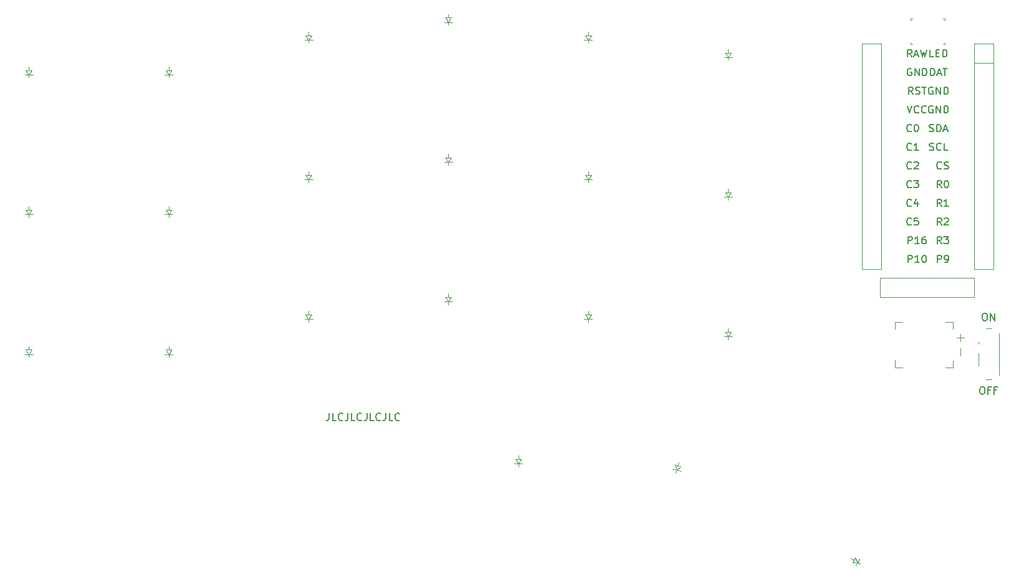
<source format=gto>
G04 #@! TF.GenerationSoftware,KiCad,Pcbnew,8.0.8+1*
G04 #@! TF.CreationDate,2025-07-08T12:52:23+00:00*
G04 #@! TF.ProjectId,corney_island_wireless_autorouted,636f726e-6579-45f6-9973-6c616e645f77,0.2*
G04 #@! TF.SameCoordinates,Original*
G04 #@! TF.FileFunction,Legend,Top*
G04 #@! TF.FilePolarity,Positive*
%FSLAX46Y46*%
G04 Gerber Fmt 4.6, Leading zero omitted, Abs format (unit mm)*
G04 Created by KiCad (PCBNEW 8.0.8+1) date 2025-07-08 12:52:23*
%MOMM*%
%LPD*%
G01*
G04 APERTURE LIST*
%ADD10C,0.150000*%
%ADD11C,0.100000*%
%ADD12C,0.120000*%
%ADD13C,2.000000*%
%ADD14C,3.100000*%
%ADD15C,4.200000*%
%ADD16C,4.400000*%
%ADD17C,0.850000*%
%ADD18C,1.000000*%
%ADD19O,1.850000X1.300000*%
%ADD20C,2.300000*%
%ADD21O,1.800000X1.800000*%
%ADD22C,1.800000*%
%ADD23C,0.900000*%
G04 APERTURE END LIST*
D10*
X133380951Y-107054819D02*
X133380951Y-107769104D01*
X133380951Y-107769104D02*
X133333332Y-107911961D01*
X133333332Y-107911961D02*
X133238094Y-108007200D01*
X133238094Y-108007200D02*
X133095237Y-108054819D01*
X133095237Y-108054819D02*
X132999999Y-108054819D01*
X134333332Y-108054819D02*
X133857142Y-108054819D01*
X133857142Y-108054819D02*
X133857142Y-107054819D01*
X135238094Y-107959580D02*
X135190475Y-108007200D01*
X135190475Y-108007200D02*
X135047618Y-108054819D01*
X135047618Y-108054819D02*
X134952380Y-108054819D01*
X134952380Y-108054819D02*
X134809523Y-108007200D01*
X134809523Y-108007200D02*
X134714285Y-107911961D01*
X134714285Y-107911961D02*
X134666666Y-107816723D01*
X134666666Y-107816723D02*
X134619047Y-107626247D01*
X134619047Y-107626247D02*
X134619047Y-107483390D01*
X134619047Y-107483390D02*
X134666666Y-107292914D01*
X134666666Y-107292914D02*
X134714285Y-107197676D01*
X134714285Y-107197676D02*
X134809523Y-107102438D01*
X134809523Y-107102438D02*
X134952380Y-107054819D01*
X134952380Y-107054819D02*
X135047618Y-107054819D01*
X135047618Y-107054819D02*
X135190475Y-107102438D01*
X135190475Y-107102438D02*
X135238094Y-107150057D01*
X135952380Y-107054819D02*
X135952380Y-107769104D01*
X135952380Y-107769104D02*
X135904761Y-107911961D01*
X135904761Y-107911961D02*
X135809523Y-108007200D01*
X135809523Y-108007200D02*
X135666666Y-108054819D01*
X135666666Y-108054819D02*
X135571428Y-108054819D01*
X136904761Y-108054819D02*
X136428571Y-108054819D01*
X136428571Y-108054819D02*
X136428571Y-107054819D01*
X137809523Y-107959580D02*
X137761904Y-108007200D01*
X137761904Y-108007200D02*
X137619047Y-108054819D01*
X137619047Y-108054819D02*
X137523809Y-108054819D01*
X137523809Y-108054819D02*
X137380952Y-108007200D01*
X137380952Y-108007200D02*
X137285714Y-107911961D01*
X137285714Y-107911961D02*
X137238095Y-107816723D01*
X137238095Y-107816723D02*
X137190476Y-107626247D01*
X137190476Y-107626247D02*
X137190476Y-107483390D01*
X137190476Y-107483390D02*
X137238095Y-107292914D01*
X137238095Y-107292914D02*
X137285714Y-107197676D01*
X137285714Y-107197676D02*
X137380952Y-107102438D01*
X137380952Y-107102438D02*
X137523809Y-107054819D01*
X137523809Y-107054819D02*
X137619047Y-107054819D01*
X137619047Y-107054819D02*
X137761904Y-107102438D01*
X137761904Y-107102438D02*
X137809523Y-107150057D01*
X138523809Y-107054819D02*
X138523809Y-107769104D01*
X138523809Y-107769104D02*
X138476190Y-107911961D01*
X138476190Y-107911961D02*
X138380952Y-108007200D01*
X138380952Y-108007200D02*
X138238095Y-108054819D01*
X138238095Y-108054819D02*
X138142857Y-108054819D01*
X139476190Y-108054819D02*
X139000000Y-108054819D01*
X139000000Y-108054819D02*
X139000000Y-107054819D01*
X140380952Y-107959580D02*
X140333333Y-108007200D01*
X140333333Y-108007200D02*
X140190476Y-108054819D01*
X140190476Y-108054819D02*
X140095238Y-108054819D01*
X140095238Y-108054819D02*
X139952381Y-108007200D01*
X139952381Y-108007200D02*
X139857143Y-107911961D01*
X139857143Y-107911961D02*
X139809524Y-107816723D01*
X139809524Y-107816723D02*
X139761905Y-107626247D01*
X139761905Y-107626247D02*
X139761905Y-107483390D01*
X139761905Y-107483390D02*
X139809524Y-107292914D01*
X139809524Y-107292914D02*
X139857143Y-107197676D01*
X139857143Y-107197676D02*
X139952381Y-107102438D01*
X139952381Y-107102438D02*
X140095238Y-107054819D01*
X140095238Y-107054819D02*
X140190476Y-107054819D01*
X140190476Y-107054819D02*
X140333333Y-107102438D01*
X140333333Y-107102438D02*
X140380952Y-107150057D01*
X141095238Y-107054819D02*
X141095238Y-107769104D01*
X141095238Y-107769104D02*
X141047619Y-107911961D01*
X141047619Y-107911961D02*
X140952381Y-108007200D01*
X140952381Y-108007200D02*
X140809524Y-108054819D01*
X140809524Y-108054819D02*
X140714286Y-108054819D01*
X142047619Y-108054819D02*
X141571429Y-108054819D01*
X141571429Y-108054819D02*
X141571429Y-107054819D01*
X142952381Y-107959580D02*
X142904762Y-108007200D01*
X142904762Y-108007200D02*
X142761905Y-108054819D01*
X142761905Y-108054819D02*
X142666667Y-108054819D01*
X142666667Y-108054819D02*
X142523810Y-108007200D01*
X142523810Y-108007200D02*
X142428572Y-107911961D01*
X142428572Y-107911961D02*
X142380953Y-107816723D01*
X142380953Y-107816723D02*
X142333334Y-107626247D01*
X142333334Y-107626247D02*
X142333334Y-107483390D01*
X142333334Y-107483390D02*
X142380953Y-107292914D01*
X142380953Y-107292914D02*
X142428572Y-107197676D01*
X142428572Y-107197676D02*
X142523810Y-107102438D01*
X142523810Y-107102438D02*
X142666667Y-107054819D01*
X142666667Y-107054819D02*
X142761905Y-107054819D01*
X142761905Y-107054819D02*
X142904762Y-107102438D01*
X142904762Y-107102438D02*
X142952381Y-107150057D01*
X222047619Y-103454819D02*
X222238095Y-103454819D01*
X222238095Y-103454819D02*
X222333333Y-103502438D01*
X222333333Y-103502438D02*
X222428571Y-103597676D01*
X222428571Y-103597676D02*
X222476190Y-103788152D01*
X222476190Y-103788152D02*
X222476190Y-104121485D01*
X222476190Y-104121485D02*
X222428571Y-104311961D01*
X222428571Y-104311961D02*
X222333333Y-104407200D01*
X222333333Y-104407200D02*
X222238095Y-104454819D01*
X222238095Y-104454819D02*
X222047619Y-104454819D01*
X222047619Y-104454819D02*
X221952381Y-104407200D01*
X221952381Y-104407200D02*
X221857143Y-104311961D01*
X221857143Y-104311961D02*
X221809524Y-104121485D01*
X221809524Y-104121485D02*
X221809524Y-103788152D01*
X221809524Y-103788152D02*
X221857143Y-103597676D01*
X221857143Y-103597676D02*
X221952381Y-103502438D01*
X221952381Y-103502438D02*
X222047619Y-103454819D01*
X223238095Y-103931009D02*
X222904762Y-103931009D01*
X222904762Y-104454819D02*
X222904762Y-103454819D01*
X222904762Y-103454819D02*
X223380952Y-103454819D01*
X224095238Y-103931009D02*
X223761905Y-103931009D01*
X223761905Y-104454819D02*
X223761905Y-103454819D01*
X223761905Y-103454819D02*
X224238095Y-103454819D01*
X222380952Y-93454819D02*
X222571428Y-93454819D01*
X222571428Y-93454819D02*
X222666666Y-93502438D01*
X222666666Y-93502438D02*
X222761904Y-93597676D01*
X222761904Y-93597676D02*
X222809523Y-93788152D01*
X222809523Y-93788152D02*
X222809523Y-94121485D01*
X222809523Y-94121485D02*
X222761904Y-94311961D01*
X222761904Y-94311961D02*
X222666666Y-94407200D01*
X222666666Y-94407200D02*
X222571428Y-94454819D01*
X222571428Y-94454819D02*
X222380952Y-94454819D01*
X222380952Y-94454819D02*
X222285714Y-94407200D01*
X222285714Y-94407200D02*
X222190476Y-94311961D01*
X222190476Y-94311961D02*
X222142857Y-94121485D01*
X222142857Y-94121485D02*
X222142857Y-93788152D01*
X222142857Y-93788152D02*
X222190476Y-93597676D01*
X222190476Y-93597676D02*
X222285714Y-93502438D01*
X222285714Y-93502438D02*
X222380952Y-93454819D01*
X223238095Y-94454819D02*
X223238095Y-93454819D01*
X223238095Y-93454819D02*
X223809523Y-94454819D01*
X223809523Y-94454819D02*
X223809523Y-93454819D01*
X216577333Y-81484819D02*
X216244000Y-81008628D01*
X216005905Y-81484819D02*
X216005905Y-80484819D01*
X216005905Y-80484819D02*
X216386857Y-80484819D01*
X216386857Y-80484819D02*
X216482095Y-80532438D01*
X216482095Y-80532438D02*
X216529714Y-80580057D01*
X216529714Y-80580057D02*
X216577333Y-80675295D01*
X216577333Y-80675295D02*
X216577333Y-80818152D01*
X216577333Y-80818152D02*
X216529714Y-80913390D01*
X216529714Y-80913390D02*
X216482095Y-80961009D01*
X216482095Y-80961009D02*
X216386857Y-81008628D01*
X216386857Y-81008628D02*
X216005905Y-81008628D01*
X216958286Y-80580057D02*
X217005905Y-80532438D01*
X217005905Y-80532438D02*
X217101143Y-80484819D01*
X217101143Y-80484819D02*
X217339238Y-80484819D01*
X217339238Y-80484819D02*
X217434476Y-80532438D01*
X217434476Y-80532438D02*
X217482095Y-80580057D01*
X217482095Y-80580057D02*
X217529714Y-80675295D01*
X217529714Y-80675295D02*
X217529714Y-80770533D01*
X217529714Y-80770533D02*
X217482095Y-80913390D01*
X217482095Y-80913390D02*
X216910667Y-81484819D01*
X216910667Y-81484819D02*
X217529714Y-81484819D01*
X212039714Y-84024819D02*
X212039714Y-83024819D01*
X212039714Y-83024819D02*
X212420666Y-83024819D01*
X212420666Y-83024819D02*
X212515904Y-83072438D01*
X212515904Y-83072438D02*
X212563523Y-83120057D01*
X212563523Y-83120057D02*
X212611142Y-83215295D01*
X212611142Y-83215295D02*
X212611142Y-83358152D01*
X212611142Y-83358152D02*
X212563523Y-83453390D01*
X212563523Y-83453390D02*
X212515904Y-83501009D01*
X212515904Y-83501009D02*
X212420666Y-83548628D01*
X212420666Y-83548628D02*
X212039714Y-83548628D01*
X213563523Y-84024819D02*
X212992095Y-84024819D01*
X213277809Y-84024819D02*
X213277809Y-83024819D01*
X213277809Y-83024819D02*
X213182571Y-83167676D01*
X213182571Y-83167676D02*
X213087333Y-83262914D01*
X213087333Y-83262914D02*
X212992095Y-83310533D01*
X214420666Y-83024819D02*
X214230190Y-83024819D01*
X214230190Y-83024819D02*
X214134952Y-83072438D01*
X214134952Y-83072438D02*
X214087333Y-83120057D01*
X214087333Y-83120057D02*
X213992095Y-83262914D01*
X213992095Y-83262914D02*
X213944476Y-83453390D01*
X213944476Y-83453390D02*
X213944476Y-83834342D01*
X213944476Y-83834342D02*
X213992095Y-83929580D01*
X213992095Y-83929580D02*
X214039714Y-83977200D01*
X214039714Y-83977200D02*
X214134952Y-84024819D01*
X214134952Y-84024819D02*
X214325428Y-84024819D01*
X214325428Y-84024819D02*
X214420666Y-83977200D01*
X214420666Y-83977200D02*
X214468285Y-83929580D01*
X214468285Y-83929580D02*
X214515904Y-83834342D01*
X214515904Y-83834342D02*
X214515904Y-83596247D01*
X214515904Y-83596247D02*
X214468285Y-83501009D01*
X214468285Y-83501009D02*
X214420666Y-83453390D01*
X214420666Y-83453390D02*
X214325428Y-83405771D01*
X214325428Y-83405771D02*
X214134952Y-83405771D01*
X214134952Y-83405771D02*
X214039714Y-83453390D01*
X214039714Y-83453390D02*
X213992095Y-83501009D01*
X213992095Y-83501009D02*
X213944476Y-83596247D01*
X212497333Y-81389580D02*
X212449714Y-81437200D01*
X212449714Y-81437200D02*
X212306857Y-81484819D01*
X212306857Y-81484819D02*
X212211619Y-81484819D01*
X212211619Y-81484819D02*
X212068762Y-81437200D01*
X212068762Y-81437200D02*
X211973524Y-81341961D01*
X211973524Y-81341961D02*
X211925905Y-81246723D01*
X211925905Y-81246723D02*
X211878286Y-81056247D01*
X211878286Y-81056247D02*
X211878286Y-80913390D01*
X211878286Y-80913390D02*
X211925905Y-80722914D01*
X211925905Y-80722914D02*
X211973524Y-80627676D01*
X211973524Y-80627676D02*
X212068762Y-80532438D01*
X212068762Y-80532438D02*
X212211619Y-80484819D01*
X212211619Y-80484819D02*
X212306857Y-80484819D01*
X212306857Y-80484819D02*
X212449714Y-80532438D01*
X212449714Y-80532438D02*
X212497333Y-80580057D01*
X213402095Y-80484819D02*
X212925905Y-80484819D01*
X212925905Y-80484819D02*
X212878286Y-80961009D01*
X212878286Y-80961009D02*
X212925905Y-80913390D01*
X212925905Y-80913390D02*
X213021143Y-80865771D01*
X213021143Y-80865771D02*
X213259238Y-80865771D01*
X213259238Y-80865771D02*
X213354476Y-80913390D01*
X213354476Y-80913390D02*
X213402095Y-80961009D01*
X213402095Y-80961009D02*
X213449714Y-81056247D01*
X213449714Y-81056247D02*
X213449714Y-81294342D01*
X213449714Y-81294342D02*
X213402095Y-81389580D01*
X213402095Y-81389580D02*
X213354476Y-81437200D01*
X213354476Y-81437200D02*
X213259238Y-81484819D01*
X213259238Y-81484819D02*
X213021143Y-81484819D01*
X213021143Y-81484819D02*
X212925905Y-81437200D01*
X212925905Y-81437200D02*
X212878286Y-81389580D01*
X214963524Y-71277200D02*
X215106381Y-71324819D01*
X215106381Y-71324819D02*
X215344476Y-71324819D01*
X215344476Y-71324819D02*
X215439714Y-71277200D01*
X215439714Y-71277200D02*
X215487333Y-71229580D01*
X215487333Y-71229580D02*
X215534952Y-71134342D01*
X215534952Y-71134342D02*
X215534952Y-71039104D01*
X215534952Y-71039104D02*
X215487333Y-70943866D01*
X215487333Y-70943866D02*
X215439714Y-70896247D01*
X215439714Y-70896247D02*
X215344476Y-70848628D01*
X215344476Y-70848628D02*
X215154000Y-70801009D01*
X215154000Y-70801009D02*
X215058762Y-70753390D01*
X215058762Y-70753390D02*
X215011143Y-70705771D01*
X215011143Y-70705771D02*
X214963524Y-70610533D01*
X214963524Y-70610533D02*
X214963524Y-70515295D01*
X214963524Y-70515295D02*
X215011143Y-70420057D01*
X215011143Y-70420057D02*
X215058762Y-70372438D01*
X215058762Y-70372438D02*
X215154000Y-70324819D01*
X215154000Y-70324819D02*
X215392095Y-70324819D01*
X215392095Y-70324819D02*
X215534952Y-70372438D01*
X216534952Y-71229580D02*
X216487333Y-71277200D01*
X216487333Y-71277200D02*
X216344476Y-71324819D01*
X216344476Y-71324819D02*
X216249238Y-71324819D01*
X216249238Y-71324819D02*
X216106381Y-71277200D01*
X216106381Y-71277200D02*
X216011143Y-71181961D01*
X216011143Y-71181961D02*
X215963524Y-71086723D01*
X215963524Y-71086723D02*
X215915905Y-70896247D01*
X215915905Y-70896247D02*
X215915905Y-70753390D01*
X215915905Y-70753390D02*
X215963524Y-70562914D01*
X215963524Y-70562914D02*
X216011143Y-70467676D01*
X216011143Y-70467676D02*
X216106381Y-70372438D01*
X216106381Y-70372438D02*
X216249238Y-70324819D01*
X216249238Y-70324819D02*
X216344476Y-70324819D01*
X216344476Y-70324819D02*
X216487333Y-70372438D01*
X216487333Y-70372438D02*
X216534952Y-70420057D01*
X217439714Y-71324819D02*
X216963524Y-71324819D01*
X216963524Y-71324819D02*
X216963524Y-70324819D01*
X212497333Y-68689580D02*
X212449714Y-68737200D01*
X212449714Y-68737200D02*
X212306857Y-68784819D01*
X212306857Y-68784819D02*
X212211619Y-68784819D01*
X212211619Y-68784819D02*
X212068762Y-68737200D01*
X212068762Y-68737200D02*
X211973524Y-68641961D01*
X211973524Y-68641961D02*
X211925905Y-68546723D01*
X211925905Y-68546723D02*
X211878286Y-68356247D01*
X211878286Y-68356247D02*
X211878286Y-68213390D01*
X211878286Y-68213390D02*
X211925905Y-68022914D01*
X211925905Y-68022914D02*
X211973524Y-67927676D01*
X211973524Y-67927676D02*
X212068762Y-67832438D01*
X212068762Y-67832438D02*
X212211619Y-67784819D01*
X212211619Y-67784819D02*
X212306857Y-67784819D01*
X212306857Y-67784819D02*
X212449714Y-67832438D01*
X212449714Y-67832438D02*
X212497333Y-67880057D01*
X213116381Y-67784819D02*
X213211619Y-67784819D01*
X213211619Y-67784819D02*
X213306857Y-67832438D01*
X213306857Y-67832438D02*
X213354476Y-67880057D01*
X213354476Y-67880057D02*
X213402095Y-67975295D01*
X213402095Y-67975295D02*
X213449714Y-68165771D01*
X213449714Y-68165771D02*
X213449714Y-68403866D01*
X213449714Y-68403866D02*
X213402095Y-68594342D01*
X213402095Y-68594342D02*
X213354476Y-68689580D01*
X213354476Y-68689580D02*
X213306857Y-68737200D01*
X213306857Y-68737200D02*
X213211619Y-68784819D01*
X213211619Y-68784819D02*
X213116381Y-68784819D01*
X213116381Y-68784819D02*
X213021143Y-68737200D01*
X213021143Y-68737200D02*
X212973524Y-68689580D01*
X212973524Y-68689580D02*
X212925905Y-68594342D01*
X212925905Y-68594342D02*
X212878286Y-68403866D01*
X212878286Y-68403866D02*
X212878286Y-68165771D01*
X212878286Y-68165771D02*
X212925905Y-67975295D01*
X212925905Y-67975295D02*
X212973524Y-67880057D01*
X212973524Y-67880057D02*
X213021143Y-67832438D01*
X213021143Y-67832438D02*
X213116381Y-67784819D01*
X216005905Y-86564819D02*
X216005905Y-85564819D01*
X216005905Y-85564819D02*
X216386857Y-85564819D01*
X216386857Y-85564819D02*
X216482095Y-85612438D01*
X216482095Y-85612438D02*
X216529714Y-85660057D01*
X216529714Y-85660057D02*
X216577333Y-85755295D01*
X216577333Y-85755295D02*
X216577333Y-85898152D01*
X216577333Y-85898152D02*
X216529714Y-85993390D01*
X216529714Y-85993390D02*
X216482095Y-86041009D01*
X216482095Y-86041009D02*
X216386857Y-86088628D01*
X216386857Y-86088628D02*
X216005905Y-86088628D01*
X217053524Y-86564819D02*
X217244000Y-86564819D01*
X217244000Y-86564819D02*
X217339238Y-86517200D01*
X217339238Y-86517200D02*
X217386857Y-86469580D01*
X217386857Y-86469580D02*
X217482095Y-86326723D01*
X217482095Y-86326723D02*
X217529714Y-86136247D01*
X217529714Y-86136247D02*
X217529714Y-85755295D01*
X217529714Y-85755295D02*
X217482095Y-85660057D01*
X217482095Y-85660057D02*
X217434476Y-85612438D01*
X217434476Y-85612438D02*
X217339238Y-85564819D01*
X217339238Y-85564819D02*
X217148762Y-85564819D01*
X217148762Y-85564819D02*
X217053524Y-85612438D01*
X217053524Y-85612438D02*
X217005905Y-85660057D01*
X217005905Y-85660057D02*
X216958286Y-85755295D01*
X216958286Y-85755295D02*
X216958286Y-85993390D01*
X216958286Y-85993390D02*
X217005905Y-86088628D01*
X217005905Y-86088628D02*
X217053524Y-86136247D01*
X217053524Y-86136247D02*
X217148762Y-86183866D01*
X217148762Y-86183866D02*
X217339238Y-86183866D01*
X217339238Y-86183866D02*
X217434476Y-86136247D01*
X217434476Y-86136247D02*
X217482095Y-86088628D01*
X217482095Y-86088628D02*
X217529714Y-85993390D01*
X215392095Y-62752438D02*
X215296857Y-62704819D01*
X215296857Y-62704819D02*
X215154000Y-62704819D01*
X215154000Y-62704819D02*
X215011143Y-62752438D01*
X215011143Y-62752438D02*
X214915905Y-62847676D01*
X214915905Y-62847676D02*
X214868286Y-62942914D01*
X214868286Y-62942914D02*
X214820667Y-63133390D01*
X214820667Y-63133390D02*
X214820667Y-63276247D01*
X214820667Y-63276247D02*
X214868286Y-63466723D01*
X214868286Y-63466723D02*
X214915905Y-63561961D01*
X214915905Y-63561961D02*
X215011143Y-63657200D01*
X215011143Y-63657200D02*
X215154000Y-63704819D01*
X215154000Y-63704819D02*
X215249238Y-63704819D01*
X215249238Y-63704819D02*
X215392095Y-63657200D01*
X215392095Y-63657200D02*
X215439714Y-63609580D01*
X215439714Y-63609580D02*
X215439714Y-63276247D01*
X215439714Y-63276247D02*
X215249238Y-63276247D01*
X215868286Y-63704819D02*
X215868286Y-62704819D01*
X215868286Y-62704819D02*
X216439714Y-63704819D01*
X216439714Y-63704819D02*
X216439714Y-62704819D01*
X216915905Y-63704819D02*
X216915905Y-62704819D01*
X216915905Y-62704819D02*
X217154000Y-62704819D01*
X217154000Y-62704819D02*
X217296857Y-62752438D01*
X217296857Y-62752438D02*
X217392095Y-62847676D01*
X217392095Y-62847676D02*
X217439714Y-62942914D01*
X217439714Y-62942914D02*
X217487333Y-63133390D01*
X217487333Y-63133390D02*
X217487333Y-63276247D01*
X217487333Y-63276247D02*
X217439714Y-63466723D01*
X217439714Y-63466723D02*
X217392095Y-63561961D01*
X217392095Y-63561961D02*
X217296857Y-63657200D01*
X217296857Y-63657200D02*
X217154000Y-63704819D01*
X217154000Y-63704819D02*
X216915905Y-63704819D01*
X215082571Y-61164819D02*
X215082571Y-60164819D01*
X215082571Y-60164819D02*
X215320666Y-60164819D01*
X215320666Y-60164819D02*
X215463523Y-60212438D01*
X215463523Y-60212438D02*
X215558761Y-60307676D01*
X215558761Y-60307676D02*
X215606380Y-60402914D01*
X215606380Y-60402914D02*
X215653999Y-60593390D01*
X215653999Y-60593390D02*
X215653999Y-60736247D01*
X215653999Y-60736247D02*
X215606380Y-60926723D01*
X215606380Y-60926723D02*
X215558761Y-61021961D01*
X215558761Y-61021961D02*
X215463523Y-61117200D01*
X215463523Y-61117200D02*
X215320666Y-61164819D01*
X215320666Y-61164819D02*
X215082571Y-61164819D01*
X216034952Y-60879104D02*
X216511142Y-60879104D01*
X215939714Y-61164819D02*
X216273047Y-60164819D01*
X216273047Y-60164819D02*
X216606380Y-61164819D01*
X216796857Y-60164819D02*
X217368285Y-60164819D01*
X217082571Y-61164819D02*
X217082571Y-60164819D01*
X216577333Y-76404819D02*
X216244000Y-75928628D01*
X216005905Y-76404819D02*
X216005905Y-75404819D01*
X216005905Y-75404819D02*
X216386857Y-75404819D01*
X216386857Y-75404819D02*
X216482095Y-75452438D01*
X216482095Y-75452438D02*
X216529714Y-75500057D01*
X216529714Y-75500057D02*
X216577333Y-75595295D01*
X216577333Y-75595295D02*
X216577333Y-75738152D01*
X216577333Y-75738152D02*
X216529714Y-75833390D01*
X216529714Y-75833390D02*
X216482095Y-75881009D01*
X216482095Y-75881009D02*
X216386857Y-75928628D01*
X216386857Y-75928628D02*
X216005905Y-75928628D01*
X217196381Y-75404819D02*
X217291619Y-75404819D01*
X217291619Y-75404819D02*
X217386857Y-75452438D01*
X217386857Y-75452438D02*
X217434476Y-75500057D01*
X217434476Y-75500057D02*
X217482095Y-75595295D01*
X217482095Y-75595295D02*
X217529714Y-75785771D01*
X217529714Y-75785771D02*
X217529714Y-76023866D01*
X217529714Y-76023866D02*
X217482095Y-76214342D01*
X217482095Y-76214342D02*
X217434476Y-76309580D01*
X217434476Y-76309580D02*
X217386857Y-76357200D01*
X217386857Y-76357200D02*
X217291619Y-76404819D01*
X217291619Y-76404819D02*
X217196381Y-76404819D01*
X217196381Y-76404819D02*
X217101143Y-76357200D01*
X217101143Y-76357200D02*
X217053524Y-76309580D01*
X217053524Y-76309580D02*
X217005905Y-76214342D01*
X217005905Y-76214342D02*
X216958286Y-76023866D01*
X216958286Y-76023866D02*
X216958286Y-75785771D01*
X216958286Y-75785771D02*
X217005905Y-75595295D01*
X217005905Y-75595295D02*
X217053524Y-75500057D01*
X217053524Y-75500057D02*
X217101143Y-75452438D01*
X217101143Y-75452438D02*
X217196381Y-75404819D01*
X212706380Y-63704819D02*
X212373047Y-63228628D01*
X212134952Y-63704819D02*
X212134952Y-62704819D01*
X212134952Y-62704819D02*
X212515904Y-62704819D01*
X212515904Y-62704819D02*
X212611142Y-62752438D01*
X212611142Y-62752438D02*
X212658761Y-62800057D01*
X212658761Y-62800057D02*
X212706380Y-62895295D01*
X212706380Y-62895295D02*
X212706380Y-63038152D01*
X212706380Y-63038152D02*
X212658761Y-63133390D01*
X212658761Y-63133390D02*
X212611142Y-63181009D01*
X212611142Y-63181009D02*
X212515904Y-63228628D01*
X212515904Y-63228628D02*
X212134952Y-63228628D01*
X213087333Y-63657200D02*
X213230190Y-63704819D01*
X213230190Y-63704819D02*
X213468285Y-63704819D01*
X213468285Y-63704819D02*
X213563523Y-63657200D01*
X213563523Y-63657200D02*
X213611142Y-63609580D01*
X213611142Y-63609580D02*
X213658761Y-63514342D01*
X213658761Y-63514342D02*
X213658761Y-63419104D01*
X213658761Y-63419104D02*
X213611142Y-63323866D01*
X213611142Y-63323866D02*
X213563523Y-63276247D01*
X213563523Y-63276247D02*
X213468285Y-63228628D01*
X213468285Y-63228628D02*
X213277809Y-63181009D01*
X213277809Y-63181009D02*
X213182571Y-63133390D01*
X213182571Y-63133390D02*
X213134952Y-63085771D01*
X213134952Y-63085771D02*
X213087333Y-62990533D01*
X213087333Y-62990533D02*
X213087333Y-62895295D01*
X213087333Y-62895295D02*
X213134952Y-62800057D01*
X213134952Y-62800057D02*
X213182571Y-62752438D01*
X213182571Y-62752438D02*
X213277809Y-62704819D01*
X213277809Y-62704819D02*
X213515904Y-62704819D01*
X213515904Y-62704819D02*
X213658761Y-62752438D01*
X213944476Y-62704819D02*
X214515904Y-62704819D01*
X214230190Y-63704819D02*
X214230190Y-62704819D01*
X212497333Y-78849580D02*
X212449714Y-78897200D01*
X212449714Y-78897200D02*
X212306857Y-78944819D01*
X212306857Y-78944819D02*
X212211619Y-78944819D01*
X212211619Y-78944819D02*
X212068762Y-78897200D01*
X212068762Y-78897200D02*
X211973524Y-78801961D01*
X211973524Y-78801961D02*
X211925905Y-78706723D01*
X211925905Y-78706723D02*
X211878286Y-78516247D01*
X211878286Y-78516247D02*
X211878286Y-78373390D01*
X211878286Y-78373390D02*
X211925905Y-78182914D01*
X211925905Y-78182914D02*
X211973524Y-78087676D01*
X211973524Y-78087676D02*
X212068762Y-77992438D01*
X212068762Y-77992438D02*
X212211619Y-77944819D01*
X212211619Y-77944819D02*
X212306857Y-77944819D01*
X212306857Y-77944819D02*
X212449714Y-77992438D01*
X212449714Y-77992438D02*
X212497333Y-78040057D01*
X213354476Y-78278152D02*
X213354476Y-78944819D01*
X213116381Y-77897200D02*
X212878286Y-78611485D01*
X212878286Y-78611485D02*
X213497333Y-78611485D01*
X212497333Y-73769580D02*
X212449714Y-73817200D01*
X212449714Y-73817200D02*
X212306857Y-73864819D01*
X212306857Y-73864819D02*
X212211619Y-73864819D01*
X212211619Y-73864819D02*
X212068762Y-73817200D01*
X212068762Y-73817200D02*
X211973524Y-73721961D01*
X211973524Y-73721961D02*
X211925905Y-73626723D01*
X211925905Y-73626723D02*
X211878286Y-73436247D01*
X211878286Y-73436247D02*
X211878286Y-73293390D01*
X211878286Y-73293390D02*
X211925905Y-73102914D01*
X211925905Y-73102914D02*
X211973524Y-73007676D01*
X211973524Y-73007676D02*
X212068762Y-72912438D01*
X212068762Y-72912438D02*
X212211619Y-72864819D01*
X212211619Y-72864819D02*
X212306857Y-72864819D01*
X212306857Y-72864819D02*
X212449714Y-72912438D01*
X212449714Y-72912438D02*
X212497333Y-72960057D01*
X212878286Y-72960057D02*
X212925905Y-72912438D01*
X212925905Y-72912438D02*
X213021143Y-72864819D01*
X213021143Y-72864819D02*
X213259238Y-72864819D01*
X213259238Y-72864819D02*
X213354476Y-72912438D01*
X213354476Y-72912438D02*
X213402095Y-72960057D01*
X213402095Y-72960057D02*
X213449714Y-73055295D01*
X213449714Y-73055295D02*
X213449714Y-73150533D01*
X213449714Y-73150533D02*
X213402095Y-73293390D01*
X213402095Y-73293390D02*
X212830667Y-73864819D01*
X212830667Y-73864819D02*
X213449714Y-73864819D01*
X216577333Y-84024819D02*
X216244000Y-83548628D01*
X216005905Y-84024819D02*
X216005905Y-83024819D01*
X216005905Y-83024819D02*
X216386857Y-83024819D01*
X216386857Y-83024819D02*
X216482095Y-83072438D01*
X216482095Y-83072438D02*
X216529714Y-83120057D01*
X216529714Y-83120057D02*
X216577333Y-83215295D01*
X216577333Y-83215295D02*
X216577333Y-83358152D01*
X216577333Y-83358152D02*
X216529714Y-83453390D01*
X216529714Y-83453390D02*
X216482095Y-83501009D01*
X216482095Y-83501009D02*
X216386857Y-83548628D01*
X216386857Y-83548628D02*
X216005905Y-83548628D01*
X216910667Y-83024819D02*
X217529714Y-83024819D01*
X217529714Y-83024819D02*
X217196381Y-83405771D01*
X217196381Y-83405771D02*
X217339238Y-83405771D01*
X217339238Y-83405771D02*
X217434476Y-83453390D01*
X217434476Y-83453390D02*
X217482095Y-83501009D01*
X217482095Y-83501009D02*
X217529714Y-83596247D01*
X217529714Y-83596247D02*
X217529714Y-83834342D01*
X217529714Y-83834342D02*
X217482095Y-83929580D01*
X217482095Y-83929580D02*
X217434476Y-83977200D01*
X217434476Y-83977200D02*
X217339238Y-84024819D01*
X217339238Y-84024819D02*
X217053524Y-84024819D01*
X217053524Y-84024819D02*
X216958286Y-83977200D01*
X216958286Y-83977200D02*
X216910667Y-83929580D01*
X212563523Y-58624819D02*
X212230190Y-58148628D01*
X211992095Y-58624819D02*
X211992095Y-57624819D01*
X211992095Y-57624819D02*
X212373047Y-57624819D01*
X212373047Y-57624819D02*
X212468285Y-57672438D01*
X212468285Y-57672438D02*
X212515904Y-57720057D01*
X212515904Y-57720057D02*
X212563523Y-57815295D01*
X212563523Y-57815295D02*
X212563523Y-57958152D01*
X212563523Y-57958152D02*
X212515904Y-58053390D01*
X212515904Y-58053390D02*
X212468285Y-58101009D01*
X212468285Y-58101009D02*
X212373047Y-58148628D01*
X212373047Y-58148628D02*
X211992095Y-58148628D01*
X212944476Y-58339104D02*
X213420666Y-58339104D01*
X212849238Y-58624819D02*
X213182571Y-57624819D01*
X213182571Y-57624819D02*
X213515904Y-58624819D01*
X213754000Y-57624819D02*
X213992095Y-58624819D01*
X213992095Y-58624819D02*
X214182571Y-57910533D01*
X214182571Y-57910533D02*
X214373047Y-58624819D01*
X214373047Y-58624819D02*
X214611143Y-57624819D01*
X212039714Y-86564819D02*
X212039714Y-85564819D01*
X212039714Y-85564819D02*
X212420666Y-85564819D01*
X212420666Y-85564819D02*
X212515904Y-85612438D01*
X212515904Y-85612438D02*
X212563523Y-85660057D01*
X212563523Y-85660057D02*
X212611142Y-85755295D01*
X212611142Y-85755295D02*
X212611142Y-85898152D01*
X212611142Y-85898152D02*
X212563523Y-85993390D01*
X212563523Y-85993390D02*
X212515904Y-86041009D01*
X212515904Y-86041009D02*
X212420666Y-86088628D01*
X212420666Y-86088628D02*
X212039714Y-86088628D01*
X213563523Y-86564819D02*
X212992095Y-86564819D01*
X213277809Y-86564819D02*
X213277809Y-85564819D01*
X213277809Y-85564819D02*
X213182571Y-85707676D01*
X213182571Y-85707676D02*
X213087333Y-85802914D01*
X213087333Y-85802914D02*
X212992095Y-85850533D01*
X214182571Y-85564819D02*
X214277809Y-85564819D01*
X214277809Y-85564819D02*
X214373047Y-85612438D01*
X214373047Y-85612438D02*
X214420666Y-85660057D01*
X214420666Y-85660057D02*
X214468285Y-85755295D01*
X214468285Y-85755295D02*
X214515904Y-85945771D01*
X214515904Y-85945771D02*
X214515904Y-86183866D01*
X214515904Y-86183866D02*
X214468285Y-86374342D01*
X214468285Y-86374342D02*
X214420666Y-86469580D01*
X214420666Y-86469580D02*
X214373047Y-86517200D01*
X214373047Y-86517200D02*
X214277809Y-86564819D01*
X214277809Y-86564819D02*
X214182571Y-86564819D01*
X214182571Y-86564819D02*
X214087333Y-86517200D01*
X214087333Y-86517200D02*
X214039714Y-86469580D01*
X214039714Y-86469580D02*
X213992095Y-86374342D01*
X213992095Y-86374342D02*
X213944476Y-86183866D01*
X213944476Y-86183866D02*
X213944476Y-85945771D01*
X213944476Y-85945771D02*
X213992095Y-85755295D01*
X213992095Y-85755295D02*
X214039714Y-85660057D01*
X214039714Y-85660057D02*
X214087333Y-85612438D01*
X214087333Y-85612438D02*
X214182571Y-85564819D01*
X212497333Y-71229580D02*
X212449714Y-71277200D01*
X212449714Y-71277200D02*
X212306857Y-71324819D01*
X212306857Y-71324819D02*
X212211619Y-71324819D01*
X212211619Y-71324819D02*
X212068762Y-71277200D01*
X212068762Y-71277200D02*
X211973524Y-71181961D01*
X211973524Y-71181961D02*
X211925905Y-71086723D01*
X211925905Y-71086723D02*
X211878286Y-70896247D01*
X211878286Y-70896247D02*
X211878286Y-70753390D01*
X211878286Y-70753390D02*
X211925905Y-70562914D01*
X211925905Y-70562914D02*
X211973524Y-70467676D01*
X211973524Y-70467676D02*
X212068762Y-70372438D01*
X212068762Y-70372438D02*
X212211619Y-70324819D01*
X212211619Y-70324819D02*
X212306857Y-70324819D01*
X212306857Y-70324819D02*
X212449714Y-70372438D01*
X212449714Y-70372438D02*
X212497333Y-70420057D01*
X213449714Y-71324819D02*
X212878286Y-71324819D01*
X213164000Y-71324819D02*
X213164000Y-70324819D01*
X213164000Y-70324819D02*
X213068762Y-70467676D01*
X213068762Y-70467676D02*
X212973524Y-70562914D01*
X212973524Y-70562914D02*
X212878286Y-70610533D01*
X214939714Y-68737200D02*
X215082571Y-68784819D01*
X215082571Y-68784819D02*
X215320666Y-68784819D01*
X215320666Y-68784819D02*
X215415904Y-68737200D01*
X215415904Y-68737200D02*
X215463523Y-68689580D01*
X215463523Y-68689580D02*
X215511142Y-68594342D01*
X215511142Y-68594342D02*
X215511142Y-68499104D01*
X215511142Y-68499104D02*
X215463523Y-68403866D01*
X215463523Y-68403866D02*
X215415904Y-68356247D01*
X215415904Y-68356247D02*
X215320666Y-68308628D01*
X215320666Y-68308628D02*
X215130190Y-68261009D01*
X215130190Y-68261009D02*
X215034952Y-68213390D01*
X215034952Y-68213390D02*
X214987333Y-68165771D01*
X214987333Y-68165771D02*
X214939714Y-68070533D01*
X214939714Y-68070533D02*
X214939714Y-67975295D01*
X214939714Y-67975295D02*
X214987333Y-67880057D01*
X214987333Y-67880057D02*
X215034952Y-67832438D01*
X215034952Y-67832438D02*
X215130190Y-67784819D01*
X215130190Y-67784819D02*
X215368285Y-67784819D01*
X215368285Y-67784819D02*
X215511142Y-67832438D01*
X215939714Y-68784819D02*
X215939714Y-67784819D01*
X215939714Y-67784819D02*
X216177809Y-67784819D01*
X216177809Y-67784819D02*
X216320666Y-67832438D01*
X216320666Y-67832438D02*
X216415904Y-67927676D01*
X216415904Y-67927676D02*
X216463523Y-68022914D01*
X216463523Y-68022914D02*
X216511142Y-68213390D01*
X216511142Y-68213390D02*
X216511142Y-68356247D01*
X216511142Y-68356247D02*
X216463523Y-68546723D01*
X216463523Y-68546723D02*
X216415904Y-68641961D01*
X216415904Y-68641961D02*
X216320666Y-68737200D01*
X216320666Y-68737200D02*
X216177809Y-68784819D01*
X216177809Y-68784819D02*
X215939714Y-68784819D01*
X216892095Y-68499104D02*
X217368285Y-68499104D01*
X216796857Y-68784819D02*
X217130190Y-67784819D01*
X217130190Y-67784819D02*
X217463523Y-68784819D01*
X216577333Y-73769580D02*
X216529714Y-73817200D01*
X216529714Y-73817200D02*
X216386857Y-73864819D01*
X216386857Y-73864819D02*
X216291619Y-73864819D01*
X216291619Y-73864819D02*
X216148762Y-73817200D01*
X216148762Y-73817200D02*
X216053524Y-73721961D01*
X216053524Y-73721961D02*
X216005905Y-73626723D01*
X216005905Y-73626723D02*
X215958286Y-73436247D01*
X215958286Y-73436247D02*
X215958286Y-73293390D01*
X215958286Y-73293390D02*
X216005905Y-73102914D01*
X216005905Y-73102914D02*
X216053524Y-73007676D01*
X216053524Y-73007676D02*
X216148762Y-72912438D01*
X216148762Y-72912438D02*
X216291619Y-72864819D01*
X216291619Y-72864819D02*
X216386857Y-72864819D01*
X216386857Y-72864819D02*
X216529714Y-72912438D01*
X216529714Y-72912438D02*
X216577333Y-72960057D01*
X216958286Y-73817200D02*
X217101143Y-73864819D01*
X217101143Y-73864819D02*
X217339238Y-73864819D01*
X217339238Y-73864819D02*
X217434476Y-73817200D01*
X217434476Y-73817200D02*
X217482095Y-73769580D01*
X217482095Y-73769580D02*
X217529714Y-73674342D01*
X217529714Y-73674342D02*
X217529714Y-73579104D01*
X217529714Y-73579104D02*
X217482095Y-73483866D01*
X217482095Y-73483866D02*
X217434476Y-73436247D01*
X217434476Y-73436247D02*
X217339238Y-73388628D01*
X217339238Y-73388628D02*
X217148762Y-73341009D01*
X217148762Y-73341009D02*
X217053524Y-73293390D01*
X217053524Y-73293390D02*
X217005905Y-73245771D01*
X217005905Y-73245771D02*
X216958286Y-73150533D01*
X216958286Y-73150533D02*
X216958286Y-73055295D01*
X216958286Y-73055295D02*
X217005905Y-72960057D01*
X217005905Y-72960057D02*
X217053524Y-72912438D01*
X217053524Y-72912438D02*
X217148762Y-72864819D01*
X217148762Y-72864819D02*
X217386857Y-72864819D01*
X217386857Y-72864819D02*
X217529714Y-72912438D01*
X211920667Y-65244819D02*
X212254000Y-66244819D01*
X212254000Y-66244819D02*
X212587333Y-65244819D01*
X213492095Y-66149580D02*
X213444476Y-66197200D01*
X213444476Y-66197200D02*
X213301619Y-66244819D01*
X213301619Y-66244819D02*
X213206381Y-66244819D01*
X213206381Y-66244819D02*
X213063524Y-66197200D01*
X213063524Y-66197200D02*
X212968286Y-66101961D01*
X212968286Y-66101961D02*
X212920667Y-66006723D01*
X212920667Y-66006723D02*
X212873048Y-65816247D01*
X212873048Y-65816247D02*
X212873048Y-65673390D01*
X212873048Y-65673390D02*
X212920667Y-65482914D01*
X212920667Y-65482914D02*
X212968286Y-65387676D01*
X212968286Y-65387676D02*
X213063524Y-65292438D01*
X213063524Y-65292438D02*
X213206381Y-65244819D01*
X213206381Y-65244819D02*
X213301619Y-65244819D01*
X213301619Y-65244819D02*
X213444476Y-65292438D01*
X213444476Y-65292438D02*
X213492095Y-65340057D01*
X214492095Y-66149580D02*
X214444476Y-66197200D01*
X214444476Y-66197200D02*
X214301619Y-66244819D01*
X214301619Y-66244819D02*
X214206381Y-66244819D01*
X214206381Y-66244819D02*
X214063524Y-66197200D01*
X214063524Y-66197200D02*
X213968286Y-66101961D01*
X213968286Y-66101961D02*
X213920667Y-66006723D01*
X213920667Y-66006723D02*
X213873048Y-65816247D01*
X213873048Y-65816247D02*
X213873048Y-65673390D01*
X213873048Y-65673390D02*
X213920667Y-65482914D01*
X213920667Y-65482914D02*
X213968286Y-65387676D01*
X213968286Y-65387676D02*
X214063524Y-65292438D01*
X214063524Y-65292438D02*
X214206381Y-65244819D01*
X214206381Y-65244819D02*
X214301619Y-65244819D01*
X214301619Y-65244819D02*
X214444476Y-65292438D01*
X214444476Y-65292438D02*
X214492095Y-65340057D01*
X212497333Y-76309580D02*
X212449714Y-76357200D01*
X212449714Y-76357200D02*
X212306857Y-76404819D01*
X212306857Y-76404819D02*
X212211619Y-76404819D01*
X212211619Y-76404819D02*
X212068762Y-76357200D01*
X212068762Y-76357200D02*
X211973524Y-76261961D01*
X211973524Y-76261961D02*
X211925905Y-76166723D01*
X211925905Y-76166723D02*
X211878286Y-75976247D01*
X211878286Y-75976247D02*
X211878286Y-75833390D01*
X211878286Y-75833390D02*
X211925905Y-75642914D01*
X211925905Y-75642914D02*
X211973524Y-75547676D01*
X211973524Y-75547676D02*
X212068762Y-75452438D01*
X212068762Y-75452438D02*
X212211619Y-75404819D01*
X212211619Y-75404819D02*
X212306857Y-75404819D01*
X212306857Y-75404819D02*
X212449714Y-75452438D01*
X212449714Y-75452438D02*
X212497333Y-75500057D01*
X212830667Y-75404819D02*
X213449714Y-75404819D01*
X213449714Y-75404819D02*
X213116381Y-75785771D01*
X213116381Y-75785771D02*
X213259238Y-75785771D01*
X213259238Y-75785771D02*
X213354476Y-75833390D01*
X213354476Y-75833390D02*
X213402095Y-75881009D01*
X213402095Y-75881009D02*
X213449714Y-75976247D01*
X213449714Y-75976247D02*
X213449714Y-76214342D01*
X213449714Y-76214342D02*
X213402095Y-76309580D01*
X213402095Y-76309580D02*
X213354476Y-76357200D01*
X213354476Y-76357200D02*
X213259238Y-76404819D01*
X213259238Y-76404819D02*
X212973524Y-76404819D01*
X212973524Y-76404819D02*
X212878286Y-76357200D01*
X212878286Y-76357200D02*
X212830667Y-76309580D01*
X215392095Y-65292438D02*
X215296857Y-65244819D01*
X215296857Y-65244819D02*
X215154000Y-65244819D01*
X215154000Y-65244819D02*
X215011143Y-65292438D01*
X215011143Y-65292438D02*
X214915905Y-65387676D01*
X214915905Y-65387676D02*
X214868286Y-65482914D01*
X214868286Y-65482914D02*
X214820667Y-65673390D01*
X214820667Y-65673390D02*
X214820667Y-65816247D01*
X214820667Y-65816247D02*
X214868286Y-66006723D01*
X214868286Y-66006723D02*
X214915905Y-66101961D01*
X214915905Y-66101961D02*
X215011143Y-66197200D01*
X215011143Y-66197200D02*
X215154000Y-66244819D01*
X215154000Y-66244819D02*
X215249238Y-66244819D01*
X215249238Y-66244819D02*
X215392095Y-66197200D01*
X215392095Y-66197200D02*
X215439714Y-66149580D01*
X215439714Y-66149580D02*
X215439714Y-65816247D01*
X215439714Y-65816247D02*
X215249238Y-65816247D01*
X215868286Y-66244819D02*
X215868286Y-65244819D01*
X215868286Y-65244819D02*
X216439714Y-66244819D01*
X216439714Y-66244819D02*
X216439714Y-65244819D01*
X216915905Y-66244819D02*
X216915905Y-65244819D01*
X216915905Y-65244819D02*
X217154000Y-65244819D01*
X217154000Y-65244819D02*
X217296857Y-65292438D01*
X217296857Y-65292438D02*
X217392095Y-65387676D01*
X217392095Y-65387676D02*
X217439714Y-65482914D01*
X217439714Y-65482914D02*
X217487333Y-65673390D01*
X217487333Y-65673390D02*
X217487333Y-65816247D01*
X217487333Y-65816247D02*
X217439714Y-66006723D01*
X217439714Y-66006723D02*
X217392095Y-66101961D01*
X217392095Y-66101961D02*
X217296857Y-66197200D01*
X217296857Y-66197200D02*
X217154000Y-66244819D01*
X217154000Y-66244819D02*
X216915905Y-66244819D01*
X212492095Y-60212438D02*
X212396857Y-60164819D01*
X212396857Y-60164819D02*
X212254000Y-60164819D01*
X212254000Y-60164819D02*
X212111143Y-60212438D01*
X212111143Y-60212438D02*
X212015905Y-60307676D01*
X212015905Y-60307676D02*
X211968286Y-60402914D01*
X211968286Y-60402914D02*
X211920667Y-60593390D01*
X211920667Y-60593390D02*
X211920667Y-60736247D01*
X211920667Y-60736247D02*
X211968286Y-60926723D01*
X211968286Y-60926723D02*
X212015905Y-61021961D01*
X212015905Y-61021961D02*
X212111143Y-61117200D01*
X212111143Y-61117200D02*
X212254000Y-61164819D01*
X212254000Y-61164819D02*
X212349238Y-61164819D01*
X212349238Y-61164819D02*
X212492095Y-61117200D01*
X212492095Y-61117200D02*
X212539714Y-61069580D01*
X212539714Y-61069580D02*
X212539714Y-60736247D01*
X212539714Y-60736247D02*
X212349238Y-60736247D01*
X212968286Y-61164819D02*
X212968286Y-60164819D01*
X212968286Y-60164819D02*
X213539714Y-61164819D01*
X213539714Y-61164819D02*
X213539714Y-60164819D01*
X214015905Y-61164819D02*
X214015905Y-60164819D01*
X214015905Y-60164819D02*
X214254000Y-60164819D01*
X214254000Y-60164819D02*
X214396857Y-60212438D01*
X214396857Y-60212438D02*
X214492095Y-60307676D01*
X214492095Y-60307676D02*
X214539714Y-60402914D01*
X214539714Y-60402914D02*
X214587333Y-60593390D01*
X214587333Y-60593390D02*
X214587333Y-60736247D01*
X214587333Y-60736247D02*
X214539714Y-60926723D01*
X214539714Y-60926723D02*
X214492095Y-61021961D01*
X214492095Y-61021961D02*
X214396857Y-61117200D01*
X214396857Y-61117200D02*
X214254000Y-61164819D01*
X214254000Y-61164819D02*
X214015905Y-61164819D01*
X215511142Y-58624819D02*
X215034952Y-58624819D01*
X215034952Y-58624819D02*
X215034952Y-57624819D01*
X215844476Y-58101009D02*
X216177809Y-58101009D01*
X216320666Y-58624819D02*
X215844476Y-58624819D01*
X215844476Y-58624819D02*
X215844476Y-57624819D01*
X215844476Y-57624819D02*
X216320666Y-57624819D01*
X216749238Y-58624819D02*
X216749238Y-57624819D01*
X216749238Y-57624819D02*
X216987333Y-57624819D01*
X216987333Y-57624819D02*
X217130190Y-57672438D01*
X217130190Y-57672438D02*
X217225428Y-57767676D01*
X217225428Y-57767676D02*
X217273047Y-57862914D01*
X217273047Y-57862914D02*
X217320666Y-58053390D01*
X217320666Y-58053390D02*
X217320666Y-58196247D01*
X217320666Y-58196247D02*
X217273047Y-58386723D01*
X217273047Y-58386723D02*
X217225428Y-58481961D01*
X217225428Y-58481961D02*
X217130190Y-58577200D01*
X217130190Y-58577200D02*
X216987333Y-58624819D01*
X216987333Y-58624819D02*
X216749238Y-58624819D01*
X216577333Y-78944819D02*
X216244000Y-78468628D01*
X216005905Y-78944819D02*
X216005905Y-77944819D01*
X216005905Y-77944819D02*
X216386857Y-77944819D01*
X216386857Y-77944819D02*
X216482095Y-77992438D01*
X216482095Y-77992438D02*
X216529714Y-78040057D01*
X216529714Y-78040057D02*
X216577333Y-78135295D01*
X216577333Y-78135295D02*
X216577333Y-78278152D01*
X216577333Y-78278152D02*
X216529714Y-78373390D01*
X216529714Y-78373390D02*
X216482095Y-78421009D01*
X216482095Y-78421009D02*
X216386857Y-78468628D01*
X216386857Y-78468628D02*
X216005905Y-78468628D01*
X217529714Y-78944819D02*
X216958286Y-78944819D01*
X217244000Y-78944819D02*
X217244000Y-77944819D01*
X217244000Y-77944819D02*
X217148762Y-78087676D01*
X217148762Y-78087676D02*
X217053524Y-78182914D01*
X217053524Y-78182914D02*
X216958286Y-78230533D01*
D11*
X130200000Y-93675000D02*
X131000000Y-93675000D01*
X130600000Y-93675000D02*
X130600000Y-93175000D01*
X130600000Y-94275000D02*
X130050000Y-94275000D01*
X130600000Y-94275000D02*
X130200000Y-93675000D01*
X130600000Y-94275000D02*
X131150000Y-94275000D01*
X130600000Y-94675000D02*
X130600000Y-94275000D01*
X131000000Y-93675000D02*
X130600000Y-94275000D01*
X92200000Y-98425000D02*
X93000000Y-98425000D01*
X92600000Y-98425000D02*
X92600000Y-97925000D01*
X92600000Y-99025000D02*
X92050000Y-99025000D01*
X92600000Y-99025000D02*
X92200000Y-98425000D01*
X92600000Y-99025000D02*
X93150000Y-99025000D01*
X92600000Y-99425000D02*
X92600000Y-99025000D01*
X93000000Y-98425000D02*
X92600000Y-99025000D01*
X130200000Y-74675000D02*
X131000000Y-74675000D01*
X130600000Y-74675000D02*
X130600000Y-74175000D01*
X130600000Y-75275000D02*
X130050000Y-75275000D01*
X130600000Y-75275000D02*
X130200000Y-74675000D01*
X130600000Y-75275000D02*
X131150000Y-75275000D01*
X130600000Y-75675000D02*
X130600000Y-75275000D01*
X131000000Y-74675000D02*
X130600000Y-75275000D01*
X212354000Y-53665000D02*
X212354000Y-53415000D01*
X212354000Y-56665000D02*
X212354000Y-56915000D01*
X212604000Y-53415000D02*
X212354000Y-53415000D01*
X212604000Y-56915000D02*
X212354000Y-56915000D01*
X216804000Y-53415000D02*
X217054000Y-53415000D01*
X216804000Y-56915000D02*
X217054000Y-56915000D01*
X217054000Y-53665000D02*
X217054000Y-53415000D01*
X217054000Y-56665000D02*
X217054000Y-56915000D01*
X187200000Y-96050000D02*
X188000000Y-96050000D01*
X187600000Y-96050000D02*
X187600000Y-95550000D01*
X187600000Y-96650000D02*
X187050000Y-96650000D01*
X187600000Y-96650000D02*
X187200000Y-96050000D01*
X187600000Y-96650000D02*
X188150000Y-96650000D01*
X187600000Y-97050000D02*
X187600000Y-96650000D01*
X188000000Y-96050000D02*
X187600000Y-96650000D01*
X92200000Y-60425000D02*
X93000000Y-60425000D01*
X92600000Y-60425000D02*
X92600000Y-59925000D01*
X92600000Y-61025000D02*
X92050000Y-61025000D01*
X92600000Y-61025000D02*
X92200000Y-60425000D01*
X92600000Y-61025000D02*
X93150000Y-61025000D01*
X92600000Y-61425000D02*
X92600000Y-61025000D01*
X93000000Y-60425000D02*
X92600000Y-61025000D01*
D12*
X221575000Y-97600000D02*
X221575000Y-97400000D01*
X221575000Y-100600000D02*
X221575000Y-98900000D01*
X222625000Y-102450000D02*
X223415000Y-102450000D01*
X223415000Y-95550000D02*
X222625000Y-95550000D01*
X224425000Y-101850000D02*
X224425000Y-96150000D01*
D11*
X204482794Y-127356610D02*
X204882794Y-126663790D01*
X204682794Y-127010200D02*
X204249781Y-126760200D01*
X204882794Y-126663790D02*
X205202409Y-127310200D01*
X205202409Y-127310200D02*
X204482794Y-127356610D01*
X205202409Y-127310200D02*
X204927409Y-127786514D01*
X205202409Y-127310200D02*
X205477409Y-126833886D01*
X205548819Y-127510200D02*
X205202409Y-127310200D01*
X130200000Y-55675000D02*
X131000000Y-55675000D01*
X130600000Y-55675000D02*
X130600000Y-55175000D01*
X130600000Y-56275000D02*
X130050000Y-56275000D01*
X130600000Y-56275000D02*
X130200000Y-55675000D01*
X130600000Y-56275000D02*
X131150000Y-56275000D01*
X130600000Y-56675000D02*
X130600000Y-56275000D01*
X131000000Y-55675000D02*
X130600000Y-56275000D01*
X149200000Y-72300000D02*
X150000000Y-72300000D01*
X149600000Y-72300000D02*
X149600000Y-71800000D01*
X149600000Y-72900000D02*
X149050000Y-72900000D01*
X149600000Y-72900000D02*
X149200000Y-72300000D01*
X149600000Y-72900000D02*
X150150000Y-72900000D01*
X149600000Y-73300000D02*
X149600000Y-72900000D01*
X150000000Y-72300000D02*
X149600000Y-72900000D01*
D12*
X210290000Y-94690000D02*
X211290000Y-94690000D01*
X210290000Y-95610000D02*
X210290000Y-94690000D01*
X210290000Y-99810000D02*
X210290000Y-100810000D01*
X210290000Y-100810000D02*
X211290000Y-100810000D01*
X218110000Y-94690000D02*
X217110000Y-94690000D01*
X218110000Y-95610000D02*
X218110000Y-94690000D01*
X218110000Y-99890000D02*
X218110000Y-100810000D01*
X218110000Y-100810000D02*
X217110000Y-100810000D01*
D11*
X218650000Y-96750000D02*
X219650000Y-96750000D01*
X219150000Y-96250000D02*
X219150000Y-97250000D01*
X219150000Y-99250000D02*
X219150000Y-98250000D01*
X111200000Y-60425000D02*
X112000000Y-60425000D01*
X111600000Y-60425000D02*
X111600000Y-59925000D01*
X111600000Y-61025000D02*
X111050000Y-61025000D01*
X111600000Y-61025000D02*
X111200000Y-60425000D01*
X111600000Y-61025000D02*
X112150000Y-61025000D01*
X111600000Y-61425000D02*
X111600000Y-61025000D01*
X112000000Y-60425000D02*
X111600000Y-61025000D01*
X92200000Y-79425000D02*
X93000000Y-79425000D01*
X92600000Y-79425000D02*
X92600000Y-78925000D01*
X92600000Y-80025000D02*
X92050000Y-80025000D01*
X92600000Y-80025000D02*
X92200000Y-79425000D01*
X92600000Y-80025000D02*
X93150000Y-80025000D01*
X92600000Y-80425000D02*
X92600000Y-80025000D01*
X93000000Y-79425000D02*
X92600000Y-80025000D01*
X149200000Y-53300000D02*
X150000000Y-53300000D01*
X149600000Y-53300000D02*
X149600000Y-52800000D01*
X149600000Y-53900000D02*
X149050000Y-53900000D01*
X149600000Y-53900000D02*
X149200000Y-53300000D01*
X149600000Y-53900000D02*
X150150000Y-53900000D01*
X149600000Y-54300000D02*
X149600000Y-53900000D01*
X150000000Y-53300000D02*
X149600000Y-53900000D01*
X168200000Y-74675000D02*
X169000000Y-74675000D01*
X168600000Y-74675000D02*
X168600000Y-74175000D01*
X168600000Y-75275000D02*
X168050000Y-75275000D01*
X168600000Y-75275000D02*
X168200000Y-74675000D01*
X168600000Y-75275000D02*
X169150000Y-75275000D01*
X168600000Y-75675000D02*
X168600000Y-75275000D01*
X169000000Y-74675000D02*
X168600000Y-75275000D01*
X168200000Y-93675000D02*
X169000000Y-93675000D01*
X168600000Y-93675000D02*
X168600000Y-93175000D01*
X168600000Y-94275000D02*
X168050000Y-94275000D01*
X168600000Y-94275000D02*
X168200000Y-93675000D01*
X168600000Y-94275000D02*
X169150000Y-94275000D01*
X168600000Y-94675000D02*
X168600000Y-94275000D01*
X169000000Y-93675000D02*
X168600000Y-94275000D01*
X187200000Y-58050000D02*
X188000000Y-58050000D01*
X187600000Y-58050000D02*
X187600000Y-57550000D01*
X187600000Y-58650000D02*
X187050000Y-58650000D01*
X187600000Y-58650000D02*
X187200000Y-58050000D01*
X187600000Y-58650000D02*
X188150000Y-58650000D01*
X187600000Y-59050000D02*
X187600000Y-58650000D01*
X188000000Y-58050000D02*
X187600000Y-58650000D01*
X149200000Y-91300000D02*
X150000000Y-91300000D01*
X149600000Y-91300000D02*
X149600000Y-90800000D01*
X149600000Y-91900000D02*
X149050000Y-91900000D01*
X149600000Y-91900000D02*
X149200000Y-91300000D01*
X149600000Y-91900000D02*
X150150000Y-91900000D01*
X149600000Y-92300000D02*
X149600000Y-91900000D01*
X150000000Y-91300000D02*
X149600000Y-91900000D01*
X111200000Y-98425000D02*
X112000000Y-98425000D01*
X111600000Y-98425000D02*
X111600000Y-97925000D01*
X111600000Y-99025000D02*
X111050000Y-99025000D01*
X111600000Y-99025000D02*
X111200000Y-98425000D01*
X111600000Y-99025000D02*
X112150000Y-99025000D01*
X111600000Y-99425000D02*
X111600000Y-99025000D01*
X112000000Y-98425000D02*
X111600000Y-99025000D01*
X158700000Y-113300000D02*
X159500000Y-113300000D01*
X159100000Y-113300000D02*
X159100000Y-112800000D01*
X159100000Y-113900000D02*
X158550000Y-113900000D01*
X159100000Y-113900000D02*
X158700000Y-113300000D01*
X159100000Y-113900000D02*
X159650000Y-113900000D01*
X159100000Y-114300000D02*
X159100000Y-113900000D01*
X159500000Y-113300000D02*
X159100000Y-113900000D01*
D12*
X208237000Y-88620000D02*
X208237000Y-91280000D01*
X221057000Y-88620000D02*
X208237000Y-88620000D01*
X221057000Y-88620000D02*
X221057000Y-91280000D01*
X221057000Y-91280000D02*
X208237000Y-91280000D01*
D11*
X180373434Y-114084891D02*
X181146175Y-114291946D01*
X180500986Y-115154344D02*
X180604513Y-114767974D01*
X180604513Y-114767974D02*
X180073254Y-114625624D01*
X180604513Y-114767974D02*
X180373434Y-114084891D01*
X180604513Y-114767974D02*
X181135774Y-114910325D01*
X180759805Y-114188419D02*
X180889214Y-113705456D01*
X181146175Y-114291946D02*
X180604513Y-114767974D01*
D12*
X205754000Y-56840000D02*
X205754000Y-87440000D01*
X205754000Y-56840000D02*
X208414000Y-56840000D01*
X205754000Y-87440000D02*
X208414000Y-87440000D01*
X208414000Y-56840000D02*
X208414000Y-87440000D01*
X220994000Y-56840000D02*
X220994000Y-87440000D01*
X220994000Y-56840000D02*
X223654000Y-56840000D01*
X220994000Y-59440000D02*
X223654000Y-59440000D01*
X220994000Y-87440000D02*
X223654000Y-87440000D01*
X223654000Y-56840000D02*
X223654000Y-87440000D01*
D11*
X168200000Y-55675000D02*
X169000000Y-55675000D01*
X168600000Y-55675000D02*
X168600000Y-55175000D01*
X168600000Y-56275000D02*
X168050000Y-56275000D01*
X168600000Y-56275000D02*
X168200000Y-55675000D01*
X168600000Y-56275000D02*
X169150000Y-56275000D01*
X168600000Y-56675000D02*
X168600000Y-56275000D01*
X169000000Y-55675000D02*
X168600000Y-56275000D01*
X187200000Y-77050000D02*
X188000000Y-77050000D01*
X187600000Y-77050000D02*
X187600000Y-76550000D01*
X187600000Y-77650000D02*
X187050000Y-77650000D01*
X187600000Y-77650000D02*
X187200000Y-77050000D01*
X187600000Y-77650000D02*
X188150000Y-77650000D01*
X187600000Y-78050000D02*
X187600000Y-77650000D01*
X188000000Y-77050000D02*
X187600000Y-77650000D01*
X111200000Y-79425000D02*
X112000000Y-79425000D01*
X111600000Y-79425000D02*
X111600000Y-78925000D01*
X111600000Y-80025000D02*
X111050000Y-80025000D01*
X111600000Y-80025000D02*
X111200000Y-79425000D01*
X111600000Y-80025000D02*
X112150000Y-80025000D01*
X111600000Y-80425000D02*
X111600000Y-80025000D01*
X112000000Y-79425000D02*
X111600000Y-80025000D01*
%LPC*%
G36*
G01*
X131200000Y-96075000D02*
X130000000Y-96075000D01*
G75*
G02*
X129950000Y-96025000I0J50000D01*
G01*
X129950000Y-95125000D01*
G75*
G02*
X130000000Y-95075000I50000J0D01*
G01*
X131200000Y-95075000D01*
G75*
G02*
X131250000Y-95125000I0J-50000D01*
G01*
X131250000Y-96025000D01*
G75*
G02*
X131200000Y-96075000I-50000J0D01*
G01*
G37*
G36*
G01*
X131200000Y-92775000D02*
X130000000Y-92775000D01*
G75*
G02*
X129950000Y-92725000I0J50000D01*
G01*
X129950000Y-91825000D01*
G75*
G02*
X130000000Y-91775000I50000J0D01*
G01*
X131200000Y-91775000D01*
G75*
G02*
X131250000Y-91825000I0J-50000D01*
G01*
X131250000Y-92725000D01*
G75*
G02*
X131200000Y-92775000I-50000J0D01*
G01*
G37*
D13*
X189920000Y-59625000D03*
D14*
X192460000Y-54545000D03*
D15*
X195000000Y-59625000D03*
D14*
X198810000Y-57085000D03*
D13*
X200080000Y-59625000D03*
G36*
G01*
X200760000Y-58335000D02*
X200760000Y-55835000D01*
G75*
G02*
X200810000Y-55785000I50000J0D01*
G01*
X203360000Y-55785000D01*
G75*
G02*
X203410000Y-55835000I0J-50000D01*
G01*
X203410000Y-58335000D01*
G75*
G02*
X203360000Y-58385000I-50000J0D01*
G01*
X200810000Y-58385000D01*
G75*
G02*
X200760000Y-58335000I0J50000D01*
G01*
G37*
G36*
G01*
X187833000Y-55795000D02*
X187833000Y-53295000D01*
G75*
G02*
X187883000Y-53245000I50000J0D01*
G01*
X190433000Y-53245000D01*
G75*
G02*
X190483000Y-53295000I0J-50000D01*
G01*
X190483000Y-55795000D01*
G75*
G02*
X190433000Y-55845000I-50000J0D01*
G01*
X187883000Y-55845000D01*
G75*
G02*
X187833000Y-55795000I0J50000D01*
G01*
G37*
D16*
X199241100Y-115323700D03*
G36*
G01*
X93200000Y-100825000D02*
X92000000Y-100825000D01*
G75*
G02*
X91950000Y-100775000I0J50000D01*
G01*
X91950000Y-99875000D01*
G75*
G02*
X92000000Y-99825000I50000J0D01*
G01*
X93200000Y-99825000D01*
G75*
G02*
X93250000Y-99875000I0J-50000D01*
G01*
X93250000Y-100775000D01*
G75*
G02*
X93200000Y-100825000I-50000J0D01*
G01*
G37*
G36*
G01*
X93200000Y-97525000D02*
X92000000Y-97525000D01*
G75*
G02*
X91950000Y-97475000I0J50000D01*
G01*
X91950000Y-96575000D01*
G75*
G02*
X92000000Y-96525000I50000J0D01*
G01*
X93200000Y-96525000D01*
G75*
G02*
X93250000Y-96575000I0J-50000D01*
G01*
X93250000Y-97475000D01*
G75*
G02*
X93200000Y-97525000I-50000J0D01*
G01*
G37*
D13*
X189920000Y-97625000D03*
D14*
X192460000Y-92545000D03*
D15*
X195000000Y-97625000D03*
D14*
X198810000Y-95085000D03*
D13*
X200080000Y-97625000D03*
G36*
G01*
X200760000Y-96335000D02*
X200760000Y-93835000D01*
G75*
G02*
X200810000Y-93785000I50000J0D01*
G01*
X203360000Y-93785000D01*
G75*
G02*
X203410000Y-93835000I0J-50000D01*
G01*
X203410000Y-96335000D01*
G75*
G02*
X203360000Y-96385000I-50000J0D01*
G01*
X200810000Y-96385000D01*
G75*
G02*
X200760000Y-96335000I0J50000D01*
G01*
G37*
G36*
G01*
X187833000Y-93795000D02*
X187833000Y-91295000D01*
G75*
G02*
X187883000Y-91245000I50000J0D01*
G01*
X190433000Y-91245000D01*
G75*
G02*
X190483000Y-91295000I0J-50000D01*
G01*
X190483000Y-93795000D01*
G75*
G02*
X190433000Y-93845000I-50000J0D01*
G01*
X187883000Y-93845000D01*
G75*
G02*
X187833000Y-93795000I0J50000D01*
G01*
G37*
X132920000Y-76250000D03*
D14*
X135460000Y-71170000D03*
D15*
X138000000Y-76250000D03*
D14*
X141810000Y-73710000D03*
D13*
X143080000Y-76250000D03*
G36*
G01*
X143760000Y-74960000D02*
X143760000Y-72460000D01*
G75*
G02*
X143810000Y-72410000I50000J0D01*
G01*
X146360000Y-72410000D01*
G75*
G02*
X146410000Y-72460000I0J-50000D01*
G01*
X146410000Y-74960000D01*
G75*
G02*
X146360000Y-75010000I-50000J0D01*
G01*
X143810000Y-75010000D01*
G75*
G02*
X143760000Y-74960000I0J50000D01*
G01*
G37*
G36*
G01*
X130833000Y-72420000D02*
X130833000Y-69920000D01*
G75*
G02*
X130883000Y-69870000I50000J0D01*
G01*
X133433000Y-69870000D01*
G75*
G02*
X133483000Y-69920000I0J-50000D01*
G01*
X133483000Y-72420000D01*
G75*
G02*
X133433000Y-72470000I-50000J0D01*
G01*
X130883000Y-72470000D01*
G75*
G02*
X130833000Y-72420000I0J50000D01*
G01*
G37*
D16*
X109500000Y-90500000D03*
D13*
X151920000Y-73875000D03*
D14*
X154460000Y-68795000D03*
D15*
X157000000Y-73875000D03*
D14*
X160810000Y-71335000D03*
D13*
X162080000Y-73875000D03*
G36*
G01*
X162760000Y-72585000D02*
X162760000Y-70085000D01*
G75*
G02*
X162810000Y-70035000I50000J0D01*
G01*
X165360000Y-70035000D01*
G75*
G02*
X165410000Y-70085000I0J-50000D01*
G01*
X165410000Y-72585000D01*
G75*
G02*
X165360000Y-72635000I-50000J0D01*
G01*
X162810000Y-72635000D01*
G75*
G02*
X162760000Y-72585000I0J50000D01*
G01*
G37*
G36*
G01*
X149833000Y-70045000D02*
X149833000Y-67545000D01*
G75*
G02*
X149883000Y-67495000I50000J0D01*
G01*
X152433000Y-67495000D01*
G75*
G02*
X152483000Y-67545000I0J-50000D01*
G01*
X152483000Y-70045000D01*
G75*
G02*
X152433000Y-70095000I-50000J0D01*
G01*
X149883000Y-70095000D01*
G75*
G02*
X149833000Y-70045000I0J50000D01*
G01*
G37*
G36*
G01*
X131200000Y-77075000D02*
X130000000Y-77075000D01*
G75*
G02*
X129950000Y-77025000I0J50000D01*
G01*
X129950000Y-76125000D01*
G75*
G02*
X130000000Y-76075000I50000J0D01*
G01*
X131200000Y-76075000D01*
G75*
G02*
X131250000Y-76125000I0J-50000D01*
G01*
X131250000Y-77025000D01*
G75*
G02*
X131200000Y-77075000I-50000J0D01*
G01*
G37*
G36*
G01*
X131200000Y-73775000D02*
X130000000Y-73775000D01*
G75*
G02*
X129950000Y-73725000I0J50000D01*
G01*
X129950000Y-72825000D01*
G75*
G02*
X130000000Y-72775000I50000J0D01*
G01*
X131200000Y-72775000D01*
G75*
G02*
X131250000Y-72825000I0J-50000D01*
G01*
X131250000Y-73725000D01*
G75*
G02*
X131200000Y-73775000I-50000J0D01*
G01*
G37*
D16*
X109500000Y-71500000D03*
D17*
X214704000Y-53790000D03*
X214704000Y-56540000D03*
G36*
G01*
X218154000Y-53815000D02*
X218154000Y-54815000D01*
G75*
G02*
X218104000Y-54865000I-50000J0D01*
G01*
X216554000Y-54865000D01*
G75*
G02*
X216504000Y-54815000I0J50000D01*
G01*
X216504000Y-53815000D01*
G75*
G02*
X216554000Y-53765000I50000J0D01*
G01*
X218104000Y-53765000D01*
G75*
G02*
X218154000Y-53815000I0J-50000D01*
G01*
G37*
G36*
G01*
X218154000Y-55515000D02*
X218154000Y-56515000D01*
G75*
G02*
X218104000Y-56565000I-50000J0D01*
G01*
X216554000Y-56565000D01*
G75*
G02*
X216504000Y-56515000I0J50000D01*
G01*
X216504000Y-55515000D01*
G75*
G02*
X216554000Y-55465000I50000J0D01*
G01*
X218104000Y-55465000D01*
G75*
G02*
X218154000Y-55515000I0J-50000D01*
G01*
G37*
G36*
G01*
X212904000Y-53815000D02*
X212904000Y-54815000D01*
G75*
G02*
X212854000Y-54865000I-50000J0D01*
G01*
X211304000Y-54865000D01*
G75*
G02*
X211254000Y-54815000I0J50000D01*
G01*
X211254000Y-53815000D01*
G75*
G02*
X211304000Y-53765000I50000J0D01*
G01*
X212854000Y-53765000D01*
G75*
G02*
X212904000Y-53815000I0J-50000D01*
G01*
G37*
G36*
G01*
X212904000Y-55515000D02*
X212904000Y-56515000D01*
G75*
G02*
X212854000Y-56565000I-50000J0D01*
G01*
X211304000Y-56565000D01*
G75*
G02*
X211254000Y-56515000I0J50000D01*
G01*
X211254000Y-55515000D01*
G75*
G02*
X211304000Y-55465000I50000J0D01*
G01*
X212854000Y-55465000D01*
G75*
G02*
X212904000Y-55515000I0J-50000D01*
G01*
G37*
D13*
X207206800Y-125788609D03*
D14*
X204077391Y-121048905D03*
D15*
X209746800Y-121389200D03*
D14*
X209452095Y-116819643D03*
D13*
X212286800Y-116989791D03*
G36*
G01*
X211509627Y-115755893D02*
X209344563Y-114505893D01*
G75*
G02*
X209326262Y-114437592I25000J43301D01*
G01*
X210601262Y-112229228D01*
G75*
G02*
X210669563Y-112210927I43301J-25000D01*
G01*
X212834627Y-113460927D01*
G75*
G02*
X212852928Y-113529228I-25000J-43301D01*
G01*
X211577928Y-115737592D01*
G75*
G02*
X211509627Y-115755893I-43301J25000D01*
G01*
G37*
G36*
G01*
X202846423Y-125681003D02*
X200681359Y-124431003D01*
G75*
G02*
X200663058Y-124362702I25000J43301D01*
G01*
X201938058Y-122154338D01*
G75*
G02*
X202006359Y-122136037I43301J-25000D01*
G01*
X204171423Y-123386037D01*
G75*
G02*
X204189724Y-123454338I-25000J-43301D01*
G01*
X202914724Y-125662702D01*
G75*
G02*
X202846423Y-125681003I-43301J25000D01*
G01*
G37*
X189920000Y-78625000D03*
D14*
X192460000Y-73545000D03*
D15*
X195000000Y-78625000D03*
D14*
X198810000Y-76085000D03*
D13*
X200080000Y-78625000D03*
G36*
G01*
X200760000Y-77335000D02*
X200760000Y-74835000D01*
G75*
G02*
X200810000Y-74785000I50000J0D01*
G01*
X203360000Y-74785000D01*
G75*
G02*
X203410000Y-74835000I0J-50000D01*
G01*
X203410000Y-77335000D01*
G75*
G02*
X203360000Y-77385000I-50000J0D01*
G01*
X200810000Y-77385000D01*
G75*
G02*
X200760000Y-77335000I0J50000D01*
G01*
G37*
G36*
G01*
X187833000Y-74795000D02*
X187833000Y-72295000D01*
G75*
G02*
X187883000Y-72245000I50000J0D01*
G01*
X190433000Y-72245000D01*
G75*
G02*
X190483000Y-72295000I0J-50000D01*
G01*
X190483000Y-74795000D01*
G75*
G02*
X190433000Y-74845000I-50000J0D01*
G01*
X187883000Y-74845000D01*
G75*
G02*
X187833000Y-74795000I0J50000D01*
G01*
G37*
X113920000Y-62000000D03*
D14*
X116460000Y-56920000D03*
D15*
X119000000Y-62000000D03*
D14*
X122810000Y-59460000D03*
D13*
X124080000Y-62000000D03*
G36*
G01*
X124760000Y-60710000D02*
X124760000Y-58210000D01*
G75*
G02*
X124810000Y-58160000I50000J0D01*
G01*
X127360000Y-58160000D01*
G75*
G02*
X127410000Y-58210000I0J-50000D01*
G01*
X127410000Y-60710000D01*
G75*
G02*
X127360000Y-60760000I-50000J0D01*
G01*
X124810000Y-60760000D01*
G75*
G02*
X124760000Y-60710000I0J50000D01*
G01*
G37*
G36*
G01*
X111833000Y-58170000D02*
X111833000Y-55670000D01*
G75*
G02*
X111883000Y-55620000I50000J0D01*
G01*
X114433000Y-55620000D01*
G75*
G02*
X114483000Y-55670000I0J-50000D01*
G01*
X114483000Y-58170000D01*
G75*
G02*
X114433000Y-58220000I-50000J0D01*
G01*
X111883000Y-58220000D01*
G75*
G02*
X111833000Y-58170000I0J50000D01*
G01*
G37*
G36*
G01*
X188200000Y-98450000D02*
X187000000Y-98450000D01*
G75*
G02*
X186950000Y-98400000I0J50000D01*
G01*
X186950000Y-97500000D01*
G75*
G02*
X187000000Y-97450000I50000J0D01*
G01*
X188200000Y-97450000D01*
G75*
G02*
X188250000Y-97500000I0J-50000D01*
G01*
X188250000Y-98400000D01*
G75*
G02*
X188200000Y-98450000I-50000J0D01*
G01*
G37*
G36*
G01*
X188200000Y-95150000D02*
X187000000Y-95150000D01*
G75*
G02*
X186950000Y-95100000I0J50000D01*
G01*
X186950000Y-94200000D01*
G75*
G02*
X187000000Y-94150000I50000J0D01*
G01*
X188200000Y-94150000D01*
G75*
G02*
X188250000Y-94200000I0J-50000D01*
G01*
X188250000Y-95100000D01*
G75*
G02*
X188200000Y-95150000I-50000J0D01*
G01*
G37*
X132920000Y-95250000D03*
D14*
X135460000Y-90170000D03*
D15*
X138000000Y-95250000D03*
D14*
X141810000Y-92710000D03*
D13*
X143080000Y-95250000D03*
G36*
G01*
X143760000Y-93960000D02*
X143760000Y-91460000D01*
G75*
G02*
X143810000Y-91410000I50000J0D01*
G01*
X146360000Y-91410000D01*
G75*
G02*
X146410000Y-91460000I0J-50000D01*
G01*
X146410000Y-93960000D01*
G75*
G02*
X146360000Y-94010000I-50000J0D01*
G01*
X143810000Y-94010000D01*
G75*
G02*
X143760000Y-93960000I0J50000D01*
G01*
G37*
G36*
G01*
X130833000Y-91420000D02*
X130833000Y-88920000D01*
G75*
G02*
X130883000Y-88870000I50000J0D01*
G01*
X133433000Y-88870000D01*
G75*
G02*
X133483000Y-88920000I0J-50000D01*
G01*
X133483000Y-91420000D01*
G75*
G02*
X133433000Y-91470000I-50000J0D01*
G01*
X130883000Y-91470000D01*
G75*
G02*
X130833000Y-91420000I0J50000D01*
G01*
G37*
G36*
G01*
X93200000Y-62825000D02*
X92000000Y-62825000D01*
G75*
G02*
X91950000Y-62775000I0J50000D01*
G01*
X91950000Y-61875000D01*
G75*
G02*
X92000000Y-61825000I50000J0D01*
G01*
X93200000Y-61825000D01*
G75*
G02*
X93250000Y-61875000I0J-50000D01*
G01*
X93250000Y-62775000D01*
G75*
G02*
X93200000Y-62825000I-50000J0D01*
G01*
G37*
G36*
G01*
X93200000Y-59525000D02*
X92000000Y-59525000D01*
G75*
G02*
X91950000Y-59475000I0J50000D01*
G01*
X91950000Y-58575000D01*
G75*
G02*
X92000000Y-58525000I50000J0D01*
G01*
X93200000Y-58525000D01*
G75*
G02*
X93250000Y-58575000I0J-50000D01*
G01*
X93250000Y-59475000D01*
G75*
G02*
X93200000Y-59525000I-50000J0D01*
G01*
G37*
X132920000Y-57250000D03*
D14*
X135460000Y-52170000D03*
D15*
X138000000Y-57250000D03*
D14*
X141810000Y-54710000D03*
D13*
X143080000Y-57250000D03*
G36*
G01*
X143760000Y-55960000D02*
X143760000Y-53460000D01*
G75*
G02*
X143810000Y-53410000I50000J0D01*
G01*
X146360000Y-53410000D01*
G75*
G02*
X146410000Y-53460000I0J-50000D01*
G01*
X146410000Y-55960000D01*
G75*
G02*
X146360000Y-56010000I-50000J0D01*
G01*
X143810000Y-56010000D01*
G75*
G02*
X143760000Y-55960000I0J50000D01*
G01*
G37*
G36*
G01*
X130833000Y-53420000D02*
X130833000Y-50920000D01*
G75*
G02*
X130883000Y-50870000I50000J0D01*
G01*
X133433000Y-50870000D01*
G75*
G02*
X133483000Y-50920000I0J-50000D01*
G01*
X133483000Y-53420000D01*
G75*
G02*
X133433000Y-53470000I-50000J0D01*
G01*
X130883000Y-53470000D01*
G75*
G02*
X130833000Y-53420000I0J50000D01*
G01*
G37*
X94920000Y-81000000D03*
D14*
X97460000Y-75920000D03*
D15*
X100000000Y-81000000D03*
D14*
X103810000Y-78460000D03*
D13*
X105080000Y-81000000D03*
G36*
G01*
X105760000Y-79710000D02*
X105760000Y-77210000D01*
G75*
G02*
X105810000Y-77160000I50000J0D01*
G01*
X108360000Y-77160000D01*
G75*
G02*
X108410000Y-77210000I0J-50000D01*
G01*
X108410000Y-79710000D01*
G75*
G02*
X108360000Y-79760000I-50000J0D01*
G01*
X105810000Y-79760000D01*
G75*
G02*
X105760000Y-79710000I0J50000D01*
G01*
G37*
G36*
G01*
X92833000Y-77170000D02*
X92833000Y-74670000D01*
G75*
G02*
X92883000Y-74620000I50000J0D01*
G01*
X95433000Y-74620000D01*
G75*
G02*
X95483000Y-74670000I0J-50000D01*
G01*
X95483000Y-77170000D01*
G75*
G02*
X95433000Y-77220000I-50000J0D01*
G01*
X92883000Y-77220000D01*
G75*
G02*
X92833000Y-77170000I0J50000D01*
G01*
G37*
G36*
G01*
X222315000Y-95900000D02*
X221515000Y-95900000D01*
G75*
G02*
X221465000Y-95850000I0J50000D01*
G01*
X221465000Y-94850000D01*
G75*
G02*
X221515000Y-94800000I50000J0D01*
G01*
X222315000Y-94800000D01*
G75*
G02*
X222365000Y-94850000I0J-50000D01*
G01*
X222365000Y-95850000D01*
G75*
G02*
X222315000Y-95900000I-50000J0D01*
G01*
G37*
G36*
G01*
X222315000Y-103200000D02*
X221515000Y-103200000D01*
G75*
G02*
X221465000Y-103150000I0J50000D01*
G01*
X221465000Y-102150000D01*
G75*
G02*
X221515000Y-102100000I50000J0D01*
G01*
X222315000Y-102100000D01*
G75*
G02*
X222365000Y-102150000I0J-50000D01*
G01*
X222365000Y-103150000D01*
G75*
G02*
X222315000Y-103200000I-50000J0D01*
G01*
G37*
D18*
X223025000Y-97500000D03*
X223025000Y-100500000D03*
G36*
G01*
X224525000Y-95900000D02*
X223725000Y-95900000D01*
G75*
G02*
X223675000Y-95850000I0J50000D01*
G01*
X223675000Y-94850000D01*
G75*
G02*
X223725000Y-94800000I50000J0D01*
G01*
X224525000Y-94800000D01*
G75*
G02*
X224575000Y-94850000I0J-50000D01*
G01*
X224575000Y-95850000D01*
G75*
G02*
X224525000Y-95900000I-50000J0D01*
G01*
G37*
G36*
G01*
X224525000Y-103200000D02*
X223725000Y-103200000D01*
G75*
G02*
X223675000Y-103150000I0J50000D01*
G01*
X223675000Y-102150000D01*
G75*
G02*
X223725000Y-102100000I50000J0D01*
G01*
X224525000Y-102100000D01*
G75*
G02*
X224575000Y-102150000I0J-50000D01*
G01*
X224575000Y-103150000D01*
G75*
G02*
X224525000Y-103200000I-50000J0D01*
G01*
G37*
G36*
G01*
X222015000Y-101650000D02*
X220515000Y-101650000D01*
G75*
G02*
X220465000Y-101600000I0J50000D01*
G01*
X220465000Y-100900000D01*
G75*
G02*
X220515000Y-100850000I50000J0D01*
G01*
X222015000Y-100850000D01*
G75*
G02*
X222065000Y-100900000I0J-50000D01*
G01*
X222065000Y-101600000D01*
G75*
G02*
X222015000Y-101650000I-50000J0D01*
G01*
G37*
G36*
G01*
X222015000Y-98650000D02*
X220515000Y-98650000D01*
G75*
G02*
X220465000Y-98600000I0J50000D01*
G01*
X220465000Y-97900000D01*
G75*
G02*
X220515000Y-97850000I50000J0D01*
G01*
X222015000Y-97850000D01*
G75*
G02*
X222065000Y-97900000I0J-50000D01*
G01*
X222065000Y-98600000D01*
G75*
G02*
X222015000Y-98650000I-50000J0D01*
G01*
G37*
G36*
G01*
X222015000Y-97150000D02*
X220515000Y-97150000D01*
G75*
G02*
X220465000Y-97100000I0J50000D01*
G01*
X220465000Y-96400000D01*
G75*
G02*
X220515000Y-96350000I50000J0D01*
G01*
X222015000Y-96350000D01*
G75*
G02*
X222065000Y-96400000I0J-50000D01*
G01*
X222065000Y-97100000D01*
G75*
G02*
X222015000Y-97150000I-50000J0D01*
G01*
G37*
D13*
X182593097Y-116310199D03*
D14*
X186361349Y-112060696D03*
D15*
X187500000Y-117625000D03*
D14*
X191837578Y-116157649D03*
D13*
X192406903Y-118939801D03*
G36*
G01*
X193397610Y-117869753D02*
X194044657Y-115454938D01*
G75*
G02*
X194105894Y-115419583I48296J-12941D01*
G01*
X196569005Y-116079572D01*
G75*
G02*
X196604360Y-116140809I-12941J-48296D01*
G01*
X195957313Y-118555624D01*
G75*
G02*
X195896076Y-118590979I-48296J12941D01*
G01*
X193432965Y-117930990D01*
G75*
G02*
X193397610Y-117869753I12941J48296D01*
G01*
G37*
G36*
G01*
X181568487Y-112070548D02*
X182215534Y-109655733D01*
G75*
G02*
X182276771Y-109620378I48296J-12941D01*
G01*
X184739882Y-110280367D01*
G75*
G02*
X184775237Y-110341604I-12941J-48296D01*
G01*
X184128190Y-112756419D01*
G75*
G02*
X184066953Y-112791774I-48296J12941D01*
G01*
X181603842Y-112131785D01*
G75*
G02*
X181568487Y-112070548I12941J48296D01*
G01*
G37*
G36*
G01*
X207061254Y-127690585D02*
X206461254Y-128729815D01*
G75*
G02*
X206392953Y-128748116I-43301J25000D01*
G01*
X205613531Y-128298116D01*
G75*
G02*
X205595230Y-128229815I25000J43301D01*
G01*
X206195230Y-127190585D01*
G75*
G02*
X206263531Y-127172284I43301J-25000D01*
G01*
X207042953Y-127622284D01*
G75*
G02*
X207061254Y-127690585I-25000J-43301D01*
G01*
G37*
G36*
G01*
X204203370Y-126040585D02*
X203603370Y-127079815D01*
G75*
G02*
X203535069Y-127098116I-43301J25000D01*
G01*
X202755647Y-126648116D01*
G75*
G02*
X202737346Y-126579815I25000J43301D01*
G01*
X203337346Y-125540585D01*
G75*
G02*
X203405647Y-125522284I43301J-25000D01*
G01*
X204185069Y-125972284D01*
G75*
G02*
X204203370Y-126040585I-25000J-43301D01*
G01*
G37*
X94920000Y-100000000D03*
D14*
X97460000Y-94920000D03*
D15*
X100000000Y-100000000D03*
D14*
X103810000Y-97460000D03*
D13*
X105080000Y-100000000D03*
G36*
G01*
X105760000Y-98710000D02*
X105760000Y-96210000D01*
G75*
G02*
X105810000Y-96160000I50000J0D01*
G01*
X108360000Y-96160000D01*
G75*
G02*
X108410000Y-96210000I0J-50000D01*
G01*
X108410000Y-98710000D01*
G75*
G02*
X108360000Y-98760000I-50000J0D01*
G01*
X105810000Y-98760000D01*
G75*
G02*
X105760000Y-98710000I0J50000D01*
G01*
G37*
G36*
G01*
X92833000Y-96170000D02*
X92833000Y-93670000D01*
G75*
G02*
X92883000Y-93620000I50000J0D01*
G01*
X95433000Y-93620000D01*
G75*
G02*
X95483000Y-93670000I0J-50000D01*
G01*
X95483000Y-96170000D01*
G75*
G02*
X95433000Y-96220000I-50000J0D01*
G01*
X92883000Y-96220000D01*
G75*
G02*
X92833000Y-96170000I0J50000D01*
G01*
G37*
X161420000Y-114875000D03*
D14*
X163960000Y-109795000D03*
D15*
X166500000Y-114875000D03*
D14*
X170310000Y-112335000D03*
D13*
X171580000Y-114875000D03*
G36*
G01*
X172260000Y-113585000D02*
X172260000Y-111085000D01*
G75*
G02*
X172310000Y-111035000I50000J0D01*
G01*
X174860000Y-111035000D01*
G75*
G02*
X174910000Y-111085000I0J-50000D01*
G01*
X174910000Y-113585000D01*
G75*
G02*
X174860000Y-113635000I-50000J0D01*
G01*
X172310000Y-113635000D01*
G75*
G02*
X172260000Y-113585000I0J50000D01*
G01*
G37*
G36*
G01*
X159333000Y-111045000D02*
X159333000Y-108545000D01*
G75*
G02*
X159383000Y-108495000I50000J0D01*
G01*
X161933000Y-108495000D01*
G75*
G02*
X161983000Y-108545000I0J-50000D01*
G01*
X161983000Y-111045000D01*
G75*
G02*
X161933000Y-111095000I-50000J0D01*
G01*
X159383000Y-111095000D01*
G75*
G02*
X159333000Y-111045000I0J50000D01*
G01*
G37*
G36*
G01*
X131200000Y-58075000D02*
X130000000Y-58075000D01*
G75*
G02*
X129950000Y-58025000I0J50000D01*
G01*
X129950000Y-57125000D01*
G75*
G02*
X130000000Y-57075000I50000J0D01*
G01*
X131200000Y-57075000D01*
G75*
G02*
X131250000Y-57125000I0J-50000D01*
G01*
X131250000Y-58025000D01*
G75*
G02*
X131200000Y-58075000I-50000J0D01*
G01*
G37*
G36*
G01*
X131200000Y-54775000D02*
X130000000Y-54775000D01*
G75*
G02*
X129950000Y-54725000I0J50000D01*
G01*
X129950000Y-53825000D01*
G75*
G02*
X130000000Y-53775000I50000J0D01*
G01*
X131200000Y-53775000D01*
G75*
G02*
X131250000Y-53825000I0J-50000D01*
G01*
X131250000Y-54725000D01*
G75*
G02*
X131200000Y-54775000I-50000J0D01*
G01*
G37*
G36*
G01*
X150200000Y-74700000D02*
X149000000Y-74700000D01*
G75*
G02*
X148950000Y-74650000I0J50000D01*
G01*
X148950000Y-73750000D01*
G75*
G02*
X149000000Y-73700000I50000J0D01*
G01*
X150200000Y-73700000D01*
G75*
G02*
X150250000Y-73750000I0J-50000D01*
G01*
X150250000Y-74650000D01*
G75*
G02*
X150200000Y-74700000I-50000J0D01*
G01*
G37*
G36*
G01*
X150200000Y-71400000D02*
X149000000Y-71400000D01*
G75*
G02*
X148950000Y-71350000I0J50000D01*
G01*
X148950000Y-70450000D01*
G75*
G02*
X149000000Y-70400000I50000J0D01*
G01*
X150200000Y-70400000D01*
G75*
G02*
X150250000Y-70450000I0J-50000D01*
G01*
X150250000Y-71350000D01*
G75*
G02*
X150200000Y-71400000I-50000J0D01*
G01*
G37*
G36*
X214851355Y-99385355D02*
G01*
X214816000Y-99400000D01*
X213566000Y-99400000D01*
X213530645Y-99385355D01*
X213516000Y-99350000D01*
X213530645Y-99314645D01*
X214095290Y-98750000D01*
X213530645Y-98185355D01*
X213516000Y-98150000D01*
X213530645Y-98114645D01*
X213566000Y-98100000D01*
X214816000Y-98100000D01*
X214851355Y-98114645D01*
X214866000Y-98150000D01*
X214866000Y-99350000D01*
X214851355Y-99385355D01*
G37*
G36*
X214851355Y-97385355D02*
G01*
X214816000Y-97400000D01*
X213566000Y-97400000D01*
X213530645Y-97385355D01*
X213516000Y-97350000D01*
X213530645Y-97314645D01*
X214095290Y-96750000D01*
X213530645Y-96185355D01*
X213516000Y-96150000D01*
X213530645Y-96114645D01*
X213566000Y-96100000D01*
X214816000Y-96100000D01*
X214851355Y-96114645D01*
X214866000Y-96150000D01*
X214866000Y-97350000D01*
X214851355Y-97385355D01*
G37*
D19*
X211750000Y-98750000D03*
X211750000Y-96750000D03*
G36*
X213985355Y-98785355D02*
G01*
X213385355Y-99385355D01*
X213350000Y-99400000D01*
X213150000Y-99400000D01*
X213114645Y-99385355D01*
X213100000Y-99350000D01*
X213100000Y-98150000D01*
X213114645Y-98114645D01*
X213150000Y-98100000D01*
X213350000Y-98100000D01*
X213385355Y-98114645D01*
X213985355Y-98714645D01*
X214000000Y-98750000D01*
X213985355Y-98785355D01*
G37*
G36*
X213985355Y-96785355D02*
G01*
X213385355Y-97385355D01*
X213350000Y-97400000D01*
X213150000Y-97400000D01*
X213114645Y-97385355D01*
X213100000Y-97350000D01*
X213100000Y-96150000D01*
X213114645Y-96114645D01*
X213150000Y-96100000D01*
X213350000Y-96100000D01*
X213385355Y-96114645D01*
X213985355Y-96714645D01*
X214000000Y-96750000D01*
X213985355Y-96785355D01*
G37*
G36*
G01*
X112200000Y-62825000D02*
X111000000Y-62825000D01*
G75*
G02*
X110950000Y-62775000I0J50000D01*
G01*
X110950000Y-61875000D01*
G75*
G02*
X111000000Y-61825000I50000J0D01*
G01*
X112200000Y-61825000D01*
G75*
G02*
X112250000Y-61875000I0J-50000D01*
G01*
X112250000Y-62775000D01*
G75*
G02*
X112200000Y-62825000I-50000J0D01*
G01*
G37*
G36*
G01*
X112200000Y-59525000D02*
X111000000Y-59525000D01*
G75*
G02*
X110950000Y-59475000I0J50000D01*
G01*
X110950000Y-58575000D01*
G75*
G02*
X111000000Y-58525000I50000J0D01*
G01*
X112200000Y-58525000D01*
G75*
G02*
X112250000Y-58575000I0J-50000D01*
G01*
X112250000Y-59475000D01*
G75*
G02*
X112200000Y-59525000I-50000J0D01*
G01*
G37*
D13*
X170920000Y-76250000D03*
D14*
X173460000Y-71170000D03*
D15*
X176000000Y-76250000D03*
D14*
X179810000Y-73710000D03*
D13*
X181080000Y-76250000D03*
G36*
G01*
X181760000Y-74960000D02*
X181760000Y-72460000D01*
G75*
G02*
X181810000Y-72410000I50000J0D01*
G01*
X184360000Y-72410000D01*
G75*
G02*
X184410000Y-72460000I0J-50000D01*
G01*
X184410000Y-74960000D01*
G75*
G02*
X184360000Y-75010000I-50000J0D01*
G01*
X181810000Y-75010000D01*
G75*
G02*
X181760000Y-74960000I0J50000D01*
G01*
G37*
G36*
G01*
X168833000Y-72420000D02*
X168833000Y-69920000D01*
G75*
G02*
X168883000Y-69870000I50000J0D01*
G01*
X171433000Y-69870000D01*
G75*
G02*
X171483000Y-69920000I0J-50000D01*
G01*
X171483000Y-72420000D01*
G75*
G02*
X171433000Y-72470000I-50000J0D01*
G01*
X168883000Y-72470000D01*
G75*
G02*
X168833000Y-72420000I0J50000D01*
G01*
G37*
X94920000Y-62000000D03*
D14*
X97460000Y-56920000D03*
D15*
X100000000Y-62000000D03*
D14*
X103810000Y-59460000D03*
D13*
X105080000Y-62000000D03*
G36*
G01*
X105760000Y-60710000D02*
X105760000Y-58210000D01*
G75*
G02*
X105810000Y-58160000I50000J0D01*
G01*
X108360000Y-58160000D01*
G75*
G02*
X108410000Y-58210000I0J-50000D01*
G01*
X108410000Y-60710000D01*
G75*
G02*
X108360000Y-60760000I-50000J0D01*
G01*
X105810000Y-60760000D01*
G75*
G02*
X105760000Y-60710000I0J50000D01*
G01*
G37*
G36*
G01*
X92833000Y-58170000D02*
X92833000Y-55670000D01*
G75*
G02*
X92883000Y-55620000I50000J0D01*
G01*
X95433000Y-55620000D01*
G75*
G02*
X95483000Y-55670000I0J-50000D01*
G01*
X95483000Y-58170000D01*
G75*
G02*
X95433000Y-58220000I-50000J0D01*
G01*
X92883000Y-58220000D01*
G75*
G02*
X92833000Y-58170000I0J50000D01*
G01*
G37*
X170920000Y-95250000D03*
D14*
X173460000Y-90170000D03*
D15*
X176000000Y-95250000D03*
D14*
X179810000Y-92710000D03*
D13*
X181080000Y-95250000D03*
G36*
G01*
X181760000Y-93960000D02*
X181760000Y-91460000D01*
G75*
G02*
X181810000Y-91410000I50000J0D01*
G01*
X184360000Y-91410000D01*
G75*
G02*
X184410000Y-91460000I0J-50000D01*
G01*
X184410000Y-93960000D01*
G75*
G02*
X184360000Y-94010000I-50000J0D01*
G01*
X181810000Y-94010000D01*
G75*
G02*
X181760000Y-93960000I0J50000D01*
G01*
G37*
G36*
G01*
X168833000Y-91420000D02*
X168833000Y-88920000D01*
G75*
G02*
X168883000Y-88870000I50000J0D01*
G01*
X171433000Y-88870000D01*
G75*
G02*
X171483000Y-88920000I0J-50000D01*
G01*
X171483000Y-91420000D01*
G75*
G02*
X171433000Y-91470000I-50000J0D01*
G01*
X168883000Y-91470000D01*
G75*
G02*
X168833000Y-91420000I0J50000D01*
G01*
G37*
D16*
X185468000Y-67986000D03*
D13*
X113920000Y-100000000D03*
D14*
X116460000Y-94920000D03*
D15*
X119000000Y-100000000D03*
D14*
X122810000Y-97460000D03*
D13*
X124080000Y-100000000D03*
G36*
G01*
X124760000Y-98710000D02*
X124760000Y-96210000D01*
G75*
G02*
X124810000Y-96160000I50000J0D01*
G01*
X127360000Y-96160000D01*
G75*
G02*
X127410000Y-96210000I0J-50000D01*
G01*
X127410000Y-98710000D01*
G75*
G02*
X127360000Y-98760000I-50000J0D01*
G01*
X124810000Y-98760000D01*
G75*
G02*
X124760000Y-98710000I0J50000D01*
G01*
G37*
G36*
G01*
X111833000Y-96170000D02*
X111833000Y-93670000D01*
G75*
G02*
X111883000Y-93620000I50000J0D01*
G01*
X114433000Y-93620000D01*
G75*
G02*
X114483000Y-93670000I0J-50000D01*
G01*
X114483000Y-96170000D01*
G75*
G02*
X114433000Y-96220000I-50000J0D01*
G01*
X111883000Y-96220000D01*
G75*
G02*
X111833000Y-96170000I0J50000D01*
G01*
G37*
X151920000Y-92875000D03*
D14*
X154460000Y-87795000D03*
D15*
X157000000Y-92875000D03*
D14*
X160810000Y-90335000D03*
D13*
X162080000Y-92875000D03*
G36*
G01*
X162760000Y-91585000D02*
X162760000Y-89085000D01*
G75*
G02*
X162810000Y-89035000I50000J0D01*
G01*
X165360000Y-89035000D01*
G75*
G02*
X165410000Y-89085000I0J-50000D01*
G01*
X165410000Y-91585000D01*
G75*
G02*
X165360000Y-91635000I-50000J0D01*
G01*
X162810000Y-91635000D01*
G75*
G02*
X162760000Y-91585000I0J50000D01*
G01*
G37*
G36*
G01*
X149833000Y-89045000D02*
X149833000Y-86545000D01*
G75*
G02*
X149883000Y-86495000I50000J0D01*
G01*
X152433000Y-86495000D01*
G75*
G02*
X152483000Y-86545000I0J-50000D01*
G01*
X152483000Y-89045000D01*
G75*
G02*
X152433000Y-89095000I-50000J0D01*
G01*
X149883000Y-89095000D01*
G75*
G02*
X149833000Y-89045000I0J50000D01*
G01*
G37*
G36*
G01*
X93200000Y-81825000D02*
X92000000Y-81825000D01*
G75*
G02*
X91950000Y-81775000I0J50000D01*
G01*
X91950000Y-80875000D01*
G75*
G02*
X92000000Y-80825000I50000J0D01*
G01*
X93200000Y-80825000D01*
G75*
G02*
X93250000Y-80875000I0J-50000D01*
G01*
X93250000Y-81775000D01*
G75*
G02*
X93200000Y-81825000I-50000J0D01*
G01*
G37*
G36*
G01*
X93200000Y-78525000D02*
X92000000Y-78525000D01*
G75*
G02*
X91950000Y-78475000I0J50000D01*
G01*
X91950000Y-77575000D01*
G75*
G02*
X92000000Y-77525000I50000J0D01*
G01*
X93200000Y-77525000D01*
G75*
G02*
X93250000Y-77575000I0J-50000D01*
G01*
X93250000Y-78475000D01*
G75*
G02*
X93200000Y-78525000I-50000J0D01*
G01*
G37*
G36*
G01*
X150200000Y-55700000D02*
X149000000Y-55700000D01*
G75*
G02*
X148950000Y-55650000I0J50000D01*
G01*
X148950000Y-54750000D01*
G75*
G02*
X149000000Y-54700000I50000J0D01*
G01*
X150200000Y-54700000D01*
G75*
G02*
X150250000Y-54750000I0J-50000D01*
G01*
X150250000Y-55650000D01*
G75*
G02*
X150200000Y-55700000I-50000J0D01*
G01*
G37*
G36*
G01*
X150200000Y-52400000D02*
X149000000Y-52400000D01*
G75*
G02*
X148950000Y-52350000I0J50000D01*
G01*
X148950000Y-51450000D01*
G75*
G02*
X149000000Y-51400000I50000J0D01*
G01*
X150200000Y-51400000D01*
G75*
G02*
X150250000Y-51450000I0J-50000D01*
G01*
X150250000Y-52350000D01*
G75*
G02*
X150200000Y-52400000I-50000J0D01*
G01*
G37*
G36*
G01*
X169200000Y-77075000D02*
X168000000Y-77075000D01*
G75*
G02*
X167950000Y-77025000I0J50000D01*
G01*
X167950000Y-76125000D01*
G75*
G02*
X168000000Y-76075000I50000J0D01*
G01*
X169200000Y-76075000D01*
G75*
G02*
X169250000Y-76125000I0J-50000D01*
G01*
X169250000Y-77025000D01*
G75*
G02*
X169200000Y-77075000I-50000J0D01*
G01*
G37*
G36*
G01*
X169200000Y-73775000D02*
X168000000Y-73775000D01*
G75*
G02*
X167950000Y-73725000I0J50000D01*
G01*
X167950000Y-72825000D01*
G75*
G02*
X168000000Y-72775000I50000J0D01*
G01*
X169200000Y-72775000D01*
G75*
G02*
X169250000Y-72825000I0J-50000D01*
G01*
X169250000Y-73725000D01*
G75*
G02*
X169200000Y-73775000I-50000J0D01*
G01*
G37*
D16*
X152657000Y-107740000D03*
G36*
G01*
X169200000Y-96075000D02*
X168000000Y-96075000D01*
G75*
G02*
X167950000Y-96025000I0J50000D01*
G01*
X167950000Y-95125000D01*
G75*
G02*
X168000000Y-95075000I50000J0D01*
G01*
X169200000Y-95075000D01*
G75*
G02*
X169250000Y-95125000I0J-50000D01*
G01*
X169250000Y-96025000D01*
G75*
G02*
X169200000Y-96075000I-50000J0D01*
G01*
G37*
G36*
G01*
X169200000Y-92775000D02*
X168000000Y-92775000D01*
G75*
G02*
X167950000Y-92725000I0J50000D01*
G01*
X167950000Y-91825000D01*
G75*
G02*
X168000000Y-91775000I50000J0D01*
G01*
X169200000Y-91775000D01*
G75*
G02*
X169250000Y-91825000I0J-50000D01*
G01*
X169250000Y-92725000D01*
G75*
G02*
X169200000Y-92775000I-50000J0D01*
G01*
G37*
G36*
G01*
X188200000Y-60450000D02*
X187000000Y-60450000D01*
G75*
G02*
X186950000Y-60400000I0J50000D01*
G01*
X186950000Y-59500000D01*
G75*
G02*
X187000000Y-59450000I50000J0D01*
G01*
X188200000Y-59450000D01*
G75*
G02*
X188250000Y-59500000I0J-50000D01*
G01*
X188250000Y-60400000D01*
G75*
G02*
X188200000Y-60450000I-50000J0D01*
G01*
G37*
G36*
G01*
X188200000Y-57150000D02*
X187000000Y-57150000D01*
G75*
G02*
X186950000Y-57100000I0J50000D01*
G01*
X186950000Y-56200000D01*
G75*
G02*
X187000000Y-56150000I50000J0D01*
G01*
X188200000Y-56150000D01*
G75*
G02*
X188250000Y-56200000I0J-50000D01*
G01*
X188250000Y-57100000D01*
G75*
G02*
X188200000Y-57150000I-50000J0D01*
G01*
G37*
G36*
G01*
X150200000Y-93700000D02*
X149000000Y-93700000D01*
G75*
G02*
X148950000Y-93650000I0J50000D01*
G01*
X148950000Y-92750000D01*
G75*
G02*
X149000000Y-92700000I50000J0D01*
G01*
X150200000Y-92700000D01*
G75*
G02*
X150250000Y-92750000I0J-50000D01*
G01*
X150250000Y-93650000D01*
G75*
G02*
X150200000Y-93700000I-50000J0D01*
G01*
G37*
G36*
G01*
X150200000Y-90400000D02*
X149000000Y-90400000D01*
G75*
G02*
X148950000Y-90350000I0J50000D01*
G01*
X148950000Y-89450000D01*
G75*
G02*
X149000000Y-89400000I50000J0D01*
G01*
X150200000Y-89400000D01*
G75*
G02*
X150250000Y-89450000I0J-50000D01*
G01*
X150250000Y-90350000D01*
G75*
G02*
X150200000Y-90400000I-50000J0D01*
G01*
G37*
G36*
G01*
X112200000Y-100825000D02*
X111000000Y-100825000D01*
G75*
G02*
X110950000Y-100775000I0J50000D01*
G01*
X110950000Y-99875000D01*
G75*
G02*
X111000000Y-99825000I50000J0D01*
G01*
X112200000Y-99825000D01*
G75*
G02*
X112250000Y-99875000I0J-50000D01*
G01*
X112250000Y-100775000D01*
G75*
G02*
X112200000Y-100825000I-50000J0D01*
G01*
G37*
G36*
G01*
X112200000Y-97525000D02*
X111000000Y-97525000D01*
G75*
G02*
X110950000Y-97475000I0J50000D01*
G01*
X110950000Y-96575000D01*
G75*
G02*
X111000000Y-96525000I50000J0D01*
G01*
X112200000Y-96525000D01*
G75*
G02*
X112250000Y-96575000I0J-50000D01*
G01*
X112250000Y-97475000D01*
G75*
G02*
X112200000Y-97525000I-50000J0D01*
G01*
G37*
D20*
X222194000Y-108995000D03*
G36*
G01*
X159700000Y-115700000D02*
X158500000Y-115700000D01*
G75*
G02*
X158450000Y-115650000I0J50000D01*
G01*
X158450000Y-114750000D01*
G75*
G02*
X158500000Y-114700000I50000J0D01*
G01*
X159700000Y-114700000D01*
G75*
G02*
X159750000Y-114750000I0J-50000D01*
G01*
X159750000Y-115650000D01*
G75*
G02*
X159700000Y-115700000I-50000J0D01*
G01*
G37*
G36*
G01*
X159700000Y-112400000D02*
X158500000Y-112400000D01*
G75*
G02*
X158450000Y-112350000I0J50000D01*
G01*
X158450000Y-111450000D01*
G75*
G02*
X158500000Y-111400000I50000J0D01*
G01*
X159700000Y-111400000D01*
G75*
G02*
X159750000Y-111450000I0J-50000D01*
G01*
X159750000Y-112350000D01*
G75*
G02*
X159700000Y-112400000I-50000J0D01*
G01*
G37*
D21*
X209567000Y-89950000D03*
X212107000Y-89950000D03*
X214647000Y-89950000D03*
X217187000Y-89950000D03*
D22*
X219727000Y-89950000D03*
G36*
G01*
X210167000Y-92950000D02*
X208967000Y-92950000D01*
G75*
G02*
X208917000Y-92900000I0J50000D01*
G01*
X208917000Y-92300000D01*
G75*
G02*
X208967000Y-92250000I50000J0D01*
G01*
X210167000Y-92250000D01*
G75*
G02*
X210217000Y-92300000I0J-50000D01*
G01*
X210217000Y-92900000D01*
G75*
G02*
X210167000Y-92950000I-50000J0D01*
G01*
G37*
G36*
G01*
X212707000Y-92950000D02*
X211507000Y-92950000D01*
G75*
G02*
X211457000Y-92900000I0J50000D01*
G01*
X211457000Y-92300000D01*
G75*
G02*
X211507000Y-92250000I50000J0D01*
G01*
X212707000Y-92250000D01*
G75*
G02*
X212757000Y-92300000I0J-50000D01*
G01*
X212757000Y-92900000D01*
G75*
G02*
X212707000Y-92950000I-50000J0D01*
G01*
G37*
G36*
G01*
X217787000Y-92950000D02*
X216587000Y-92950000D01*
G75*
G02*
X216537000Y-92900000I0J50000D01*
G01*
X216537000Y-92300000D01*
G75*
G02*
X216587000Y-92250000I50000J0D01*
G01*
X217787000Y-92250000D01*
G75*
G02*
X217837000Y-92300000I0J-50000D01*
G01*
X217837000Y-92900000D01*
G75*
G02*
X217787000Y-92950000I-50000J0D01*
G01*
G37*
G36*
G01*
X220327000Y-92950000D02*
X219127000Y-92950000D01*
G75*
G02*
X219077000Y-92900000I0J50000D01*
G01*
X219077000Y-92300000D01*
G75*
G02*
X219127000Y-92250000I50000J0D01*
G01*
X220327000Y-92250000D01*
G75*
G02*
X220377000Y-92300000I0J-50000D01*
G01*
X220377000Y-92900000D01*
G75*
G02*
X220327000Y-92950000I-50000J0D01*
G01*
G37*
G36*
G01*
X210167000Y-92050000D02*
X208967000Y-92050000D01*
G75*
G02*
X208917000Y-92000000I0J50000D01*
G01*
X208917000Y-91400000D01*
G75*
G02*
X208967000Y-91350000I50000J0D01*
G01*
X210167000Y-91350000D01*
G75*
G02*
X210217000Y-91400000I0J-50000D01*
G01*
X210217000Y-92000000D01*
G75*
G02*
X210167000Y-92050000I-50000J0D01*
G01*
G37*
G36*
G01*
X212707000Y-92050000D02*
X211507000Y-92050000D01*
G75*
G02*
X211457000Y-92000000I0J50000D01*
G01*
X211457000Y-91400000D01*
G75*
G02*
X211507000Y-91350000I50000J0D01*
G01*
X212707000Y-91350000D01*
G75*
G02*
X212757000Y-91400000I0J-50000D01*
G01*
X212757000Y-92000000D01*
G75*
G02*
X212707000Y-92050000I-50000J0D01*
G01*
G37*
G36*
G01*
X217787000Y-92050000D02*
X216587000Y-92050000D01*
G75*
G02*
X216537000Y-92000000I0J50000D01*
G01*
X216537000Y-91400000D01*
G75*
G02*
X216587000Y-91350000I50000J0D01*
G01*
X217787000Y-91350000D01*
G75*
G02*
X217837000Y-91400000I0J-50000D01*
G01*
X217837000Y-92000000D01*
G75*
G02*
X217787000Y-92050000I-50000J0D01*
G01*
G37*
G36*
G01*
X220327000Y-92050000D02*
X219127000Y-92050000D01*
G75*
G02*
X219077000Y-92000000I0J50000D01*
G01*
X219077000Y-91400000D01*
G75*
G02*
X219127000Y-91350000I50000J0D01*
G01*
X220327000Y-91350000D01*
G75*
G02*
X220377000Y-91400000I0J-50000D01*
G01*
X220377000Y-92000000D01*
G75*
G02*
X220327000Y-92050000I-50000J0D01*
G01*
G37*
G36*
G01*
X180718196Y-116661932D02*
X179559085Y-116351349D01*
G75*
G02*
X179523730Y-116290112I12941J48296D01*
G01*
X179756667Y-115420779D01*
G75*
G02*
X179817904Y-115385424I48296J-12941D01*
G01*
X180977015Y-115696007D01*
G75*
G02*
X181012370Y-115757244I-12941J-48296D01*
G01*
X180779433Y-116626577D01*
G75*
G02*
X180718196Y-116661932I-48296J12941D01*
G01*
G37*
G36*
G01*
X181572296Y-113474376D02*
X180413185Y-113163793D01*
G75*
G02*
X180377830Y-113102556I12941J48296D01*
G01*
X180610767Y-112233223D01*
G75*
G02*
X180672004Y-112197868I48296J-12941D01*
G01*
X181831115Y-112508451D01*
G75*
G02*
X181866470Y-112569688I-12941J-48296D01*
G01*
X181633533Y-113439021D01*
G75*
G02*
X181572296Y-113474376I-48296J12941D01*
G01*
G37*
G36*
G01*
X219834000Y-58770000D02*
X219834000Y-57570000D01*
G75*
G02*
X219884000Y-57520000I50000J0D01*
G01*
X220484000Y-57520000D01*
G75*
G02*
X220534000Y-57570000I0J-50000D01*
G01*
X220534000Y-58770000D01*
G75*
G02*
X220484000Y-58820000I-50000J0D01*
G01*
X219884000Y-58820000D01*
G75*
G02*
X219834000Y-58770000I0J50000D01*
G01*
G37*
X222324000Y-58170000D03*
G36*
G01*
X219834000Y-61310000D02*
X219834000Y-60110000D01*
G75*
G02*
X219884000Y-60060000I50000J0D01*
G01*
X220484000Y-60060000D01*
G75*
G02*
X220534000Y-60110000I0J-50000D01*
G01*
X220534000Y-61310000D01*
G75*
G02*
X220484000Y-61360000I-50000J0D01*
G01*
X219884000Y-61360000D01*
G75*
G02*
X219834000Y-61310000I0J50000D01*
G01*
G37*
X222324000Y-60710000D03*
G36*
G01*
X219834000Y-63850000D02*
X219834000Y-62650000D01*
G75*
G02*
X219884000Y-62600000I50000J0D01*
G01*
X220484000Y-62600000D01*
G75*
G02*
X220534000Y-62650000I0J-50000D01*
G01*
X220534000Y-63850000D01*
G75*
G02*
X220484000Y-63900000I-50000J0D01*
G01*
X219884000Y-63900000D01*
G75*
G02*
X219834000Y-63850000I0J50000D01*
G01*
G37*
X222324000Y-63250000D03*
G36*
G01*
X219834000Y-66390000D02*
X219834000Y-65190000D01*
G75*
G02*
X219884000Y-65140000I50000J0D01*
G01*
X220484000Y-65140000D01*
G75*
G02*
X220534000Y-65190000I0J-50000D01*
G01*
X220534000Y-66390000D01*
G75*
G02*
X220484000Y-66440000I-50000J0D01*
G01*
X219884000Y-66440000D01*
G75*
G02*
X219834000Y-66390000I0J50000D01*
G01*
G37*
X222324000Y-65790000D03*
G36*
G01*
X219834000Y-68930000D02*
X219834000Y-67730000D01*
G75*
G02*
X219884000Y-67680000I50000J0D01*
G01*
X220484000Y-67680000D01*
G75*
G02*
X220534000Y-67730000I0J-50000D01*
G01*
X220534000Y-68930000D01*
G75*
G02*
X220484000Y-68980000I-50000J0D01*
G01*
X219884000Y-68980000D01*
G75*
G02*
X219834000Y-68930000I0J50000D01*
G01*
G37*
X222324000Y-68330000D03*
G36*
G01*
X219834000Y-71470000D02*
X219834000Y-70270000D01*
G75*
G02*
X219884000Y-70220000I50000J0D01*
G01*
X220484000Y-70220000D01*
G75*
G02*
X220534000Y-70270000I0J-50000D01*
G01*
X220534000Y-71470000D01*
G75*
G02*
X220484000Y-71520000I-50000J0D01*
G01*
X219884000Y-71520000D01*
G75*
G02*
X219834000Y-71470000I0J50000D01*
G01*
G37*
X222324000Y-70870000D03*
G36*
G01*
X219834000Y-74010000D02*
X219834000Y-72810000D01*
G75*
G02*
X219884000Y-72760000I50000J0D01*
G01*
X220484000Y-72760000D01*
G75*
G02*
X220534000Y-72810000I0J-50000D01*
G01*
X220534000Y-74010000D01*
G75*
G02*
X220484000Y-74060000I-50000J0D01*
G01*
X219884000Y-74060000D01*
G75*
G02*
X219834000Y-74010000I0J50000D01*
G01*
G37*
X222324000Y-73410000D03*
G36*
G01*
X219834000Y-76550000D02*
X219834000Y-75350000D01*
G75*
G02*
X219884000Y-75300000I50000J0D01*
G01*
X220484000Y-75300000D01*
G75*
G02*
X220534000Y-75350000I0J-50000D01*
G01*
X220534000Y-76550000D01*
G75*
G02*
X220484000Y-76600000I-50000J0D01*
G01*
X219884000Y-76600000D01*
G75*
G02*
X219834000Y-76550000I0J50000D01*
G01*
G37*
X222324000Y-75950000D03*
G36*
G01*
X219834000Y-79090000D02*
X219834000Y-77890000D01*
G75*
G02*
X219884000Y-77840000I50000J0D01*
G01*
X220484000Y-77840000D01*
G75*
G02*
X220534000Y-77890000I0J-50000D01*
G01*
X220534000Y-79090000D01*
G75*
G02*
X220484000Y-79140000I-50000J0D01*
G01*
X219884000Y-79140000D01*
G75*
G02*
X219834000Y-79090000I0J50000D01*
G01*
G37*
X222324000Y-78490000D03*
G36*
G01*
X219834000Y-81630000D02*
X219834000Y-80430000D01*
G75*
G02*
X219884000Y-80380000I50000J0D01*
G01*
X220484000Y-80380000D01*
G75*
G02*
X220534000Y-80430000I0J-50000D01*
G01*
X220534000Y-81630000D01*
G75*
G02*
X220484000Y-81680000I-50000J0D01*
G01*
X219884000Y-81680000D01*
G75*
G02*
X219834000Y-81630000I0J50000D01*
G01*
G37*
X222324000Y-81030000D03*
G36*
G01*
X219834000Y-84170000D02*
X219834000Y-82970000D01*
G75*
G02*
X219884000Y-82920000I50000J0D01*
G01*
X220484000Y-82920000D01*
G75*
G02*
X220534000Y-82970000I0J-50000D01*
G01*
X220534000Y-84170000D01*
G75*
G02*
X220484000Y-84220000I-50000J0D01*
G01*
X219884000Y-84220000D01*
G75*
G02*
X219834000Y-84170000I0J50000D01*
G01*
G37*
X222324000Y-83570000D03*
G36*
G01*
X219834000Y-86710000D02*
X219834000Y-85510000D01*
G75*
G02*
X219884000Y-85460000I50000J0D01*
G01*
X220484000Y-85460000D01*
G75*
G02*
X220534000Y-85510000I0J-50000D01*
G01*
X220534000Y-86710000D01*
G75*
G02*
X220484000Y-86760000I-50000J0D01*
G01*
X219884000Y-86760000D01*
G75*
G02*
X219834000Y-86710000I0J50000D01*
G01*
G37*
X222324000Y-86110000D03*
X207084000Y-86110000D03*
G36*
G01*
X208874000Y-86710000D02*
X208874000Y-85510000D01*
G75*
G02*
X208924000Y-85460000I50000J0D01*
G01*
X209524000Y-85460000D01*
G75*
G02*
X209574000Y-85510000I0J-50000D01*
G01*
X209574000Y-86710000D01*
G75*
G02*
X209524000Y-86760000I-50000J0D01*
G01*
X208924000Y-86760000D01*
G75*
G02*
X208874000Y-86710000I0J50000D01*
G01*
G37*
X207084000Y-83570000D03*
G36*
G01*
X208874000Y-84170000D02*
X208874000Y-82970000D01*
G75*
G02*
X208924000Y-82920000I50000J0D01*
G01*
X209524000Y-82920000D01*
G75*
G02*
X209574000Y-82970000I0J-50000D01*
G01*
X209574000Y-84170000D01*
G75*
G02*
X209524000Y-84220000I-50000J0D01*
G01*
X208924000Y-84220000D01*
G75*
G02*
X208874000Y-84170000I0J50000D01*
G01*
G37*
X207084000Y-81030000D03*
G36*
G01*
X208874000Y-81630000D02*
X208874000Y-80430000D01*
G75*
G02*
X208924000Y-80380000I50000J0D01*
G01*
X209524000Y-80380000D01*
G75*
G02*
X209574000Y-80430000I0J-50000D01*
G01*
X209574000Y-81630000D01*
G75*
G02*
X209524000Y-81680000I-50000J0D01*
G01*
X208924000Y-81680000D01*
G75*
G02*
X208874000Y-81630000I0J50000D01*
G01*
G37*
X207084000Y-78490000D03*
G36*
G01*
X208874000Y-79090000D02*
X208874000Y-77890000D01*
G75*
G02*
X208924000Y-77840000I50000J0D01*
G01*
X209524000Y-77840000D01*
G75*
G02*
X209574000Y-77890000I0J-50000D01*
G01*
X209574000Y-79090000D01*
G75*
G02*
X209524000Y-79140000I-50000J0D01*
G01*
X208924000Y-79140000D01*
G75*
G02*
X208874000Y-79090000I0J50000D01*
G01*
G37*
X207084000Y-75950000D03*
G36*
G01*
X208874000Y-76550000D02*
X208874000Y-75350000D01*
G75*
G02*
X208924000Y-75300000I50000J0D01*
G01*
X209524000Y-75300000D01*
G75*
G02*
X209574000Y-75350000I0J-50000D01*
G01*
X209574000Y-76550000D01*
G75*
G02*
X209524000Y-76600000I-50000J0D01*
G01*
X208924000Y-76600000D01*
G75*
G02*
X208874000Y-76550000I0J50000D01*
G01*
G37*
X207084000Y-73410000D03*
G36*
G01*
X208874000Y-74010000D02*
X208874000Y-72810000D01*
G75*
G02*
X208924000Y-72760000I50000J0D01*
G01*
X209524000Y-72760000D01*
G75*
G02*
X209574000Y-72810000I0J-50000D01*
G01*
X209574000Y-74010000D01*
G75*
G02*
X209524000Y-74060000I-50000J0D01*
G01*
X208924000Y-74060000D01*
G75*
G02*
X208874000Y-74010000I0J50000D01*
G01*
G37*
X207084000Y-70870000D03*
G36*
G01*
X208874000Y-71470000D02*
X208874000Y-70270000D01*
G75*
G02*
X208924000Y-70220000I50000J0D01*
G01*
X209524000Y-70220000D01*
G75*
G02*
X209574000Y-70270000I0J-50000D01*
G01*
X209574000Y-71470000D01*
G75*
G02*
X209524000Y-71520000I-50000J0D01*
G01*
X208924000Y-71520000D01*
G75*
G02*
X208874000Y-71470000I0J50000D01*
G01*
G37*
X207084000Y-68330000D03*
G36*
G01*
X208874000Y-68930000D02*
X208874000Y-67730000D01*
G75*
G02*
X208924000Y-67680000I50000J0D01*
G01*
X209524000Y-67680000D01*
G75*
G02*
X209574000Y-67730000I0J-50000D01*
G01*
X209574000Y-68930000D01*
G75*
G02*
X209524000Y-68980000I-50000J0D01*
G01*
X208924000Y-68980000D01*
G75*
G02*
X208874000Y-68930000I0J50000D01*
G01*
G37*
X207084000Y-65790000D03*
G36*
G01*
X208874000Y-66390000D02*
X208874000Y-65190000D01*
G75*
G02*
X208924000Y-65140000I50000J0D01*
G01*
X209524000Y-65140000D01*
G75*
G02*
X209574000Y-65190000I0J-50000D01*
G01*
X209574000Y-66390000D01*
G75*
G02*
X209524000Y-66440000I-50000J0D01*
G01*
X208924000Y-66440000D01*
G75*
G02*
X208874000Y-66390000I0J50000D01*
G01*
G37*
X207084000Y-63250000D03*
G36*
G01*
X208874000Y-63850000D02*
X208874000Y-62650000D01*
G75*
G02*
X208924000Y-62600000I50000J0D01*
G01*
X209524000Y-62600000D01*
G75*
G02*
X209574000Y-62650000I0J-50000D01*
G01*
X209574000Y-63850000D01*
G75*
G02*
X209524000Y-63900000I-50000J0D01*
G01*
X208924000Y-63900000D01*
G75*
G02*
X208874000Y-63850000I0J50000D01*
G01*
G37*
X207084000Y-60710000D03*
G36*
G01*
X208874000Y-61310000D02*
X208874000Y-60110000D01*
G75*
G02*
X208924000Y-60060000I50000J0D01*
G01*
X209524000Y-60060000D01*
G75*
G02*
X209574000Y-60110000I0J-50000D01*
G01*
X209574000Y-61310000D01*
G75*
G02*
X209524000Y-61360000I-50000J0D01*
G01*
X208924000Y-61360000D01*
G75*
G02*
X208874000Y-61310000I0J50000D01*
G01*
G37*
X207084000Y-58170000D03*
G36*
G01*
X208874000Y-58770000D02*
X208874000Y-57570000D01*
G75*
G02*
X208924000Y-57520000I50000J0D01*
G01*
X209524000Y-57520000D01*
G75*
G02*
X209574000Y-57570000I0J-50000D01*
G01*
X209574000Y-58770000D01*
G75*
G02*
X209524000Y-58820000I-50000J0D01*
G01*
X208924000Y-58820000D01*
G75*
G02*
X208874000Y-58770000I0J50000D01*
G01*
G37*
D23*
X218104000Y-58170000D03*
G36*
G01*
X218934000Y-58770000D02*
X218934000Y-57570000D01*
G75*
G02*
X218984000Y-57520000I50000J0D01*
G01*
X219584000Y-57520000D01*
G75*
G02*
X219634000Y-57570000I0J-50000D01*
G01*
X219634000Y-58770000D01*
G75*
G02*
X219584000Y-58820000I-50000J0D01*
G01*
X218984000Y-58820000D01*
G75*
G02*
X218934000Y-58770000I0J50000D01*
G01*
G37*
X218104000Y-60710000D03*
G36*
G01*
X218934000Y-61310000D02*
X218934000Y-60110000D01*
G75*
G02*
X218984000Y-60060000I50000J0D01*
G01*
X219584000Y-60060000D01*
G75*
G02*
X219634000Y-60110000I0J-50000D01*
G01*
X219634000Y-61310000D01*
G75*
G02*
X219584000Y-61360000I-50000J0D01*
G01*
X218984000Y-61360000D01*
G75*
G02*
X218934000Y-61310000I0J50000D01*
G01*
G37*
X218104000Y-63250000D03*
G36*
G01*
X218934000Y-63850000D02*
X218934000Y-62650000D01*
G75*
G02*
X218984000Y-62600000I50000J0D01*
G01*
X219584000Y-62600000D01*
G75*
G02*
X219634000Y-62650000I0J-50000D01*
G01*
X219634000Y-63850000D01*
G75*
G02*
X219584000Y-63900000I-50000J0D01*
G01*
X218984000Y-63900000D01*
G75*
G02*
X218934000Y-63850000I0J50000D01*
G01*
G37*
X218104000Y-65790000D03*
G36*
G01*
X218934000Y-66390000D02*
X218934000Y-65190000D01*
G75*
G02*
X218984000Y-65140000I50000J0D01*
G01*
X219584000Y-65140000D01*
G75*
G02*
X219634000Y-65190000I0J-50000D01*
G01*
X219634000Y-66390000D01*
G75*
G02*
X219584000Y-66440000I-50000J0D01*
G01*
X218984000Y-66440000D01*
G75*
G02*
X218934000Y-66390000I0J50000D01*
G01*
G37*
X218104000Y-68330000D03*
G36*
G01*
X218934000Y-68930000D02*
X218934000Y-67730000D01*
G75*
G02*
X218984000Y-67680000I50000J0D01*
G01*
X219584000Y-67680000D01*
G75*
G02*
X219634000Y-67730000I0J-50000D01*
G01*
X219634000Y-68930000D01*
G75*
G02*
X219584000Y-68980000I-50000J0D01*
G01*
X218984000Y-68980000D01*
G75*
G02*
X218934000Y-68930000I0J50000D01*
G01*
G37*
X218104000Y-70870000D03*
G36*
G01*
X218934000Y-71470000D02*
X218934000Y-70270000D01*
G75*
G02*
X218984000Y-70220000I50000J0D01*
G01*
X219584000Y-70220000D01*
G75*
G02*
X219634000Y-70270000I0J-50000D01*
G01*
X219634000Y-71470000D01*
G75*
G02*
X219584000Y-71520000I-50000J0D01*
G01*
X218984000Y-71520000D01*
G75*
G02*
X218934000Y-71470000I0J50000D01*
G01*
G37*
X218104000Y-73410000D03*
G36*
G01*
X218934000Y-74010000D02*
X218934000Y-72810000D01*
G75*
G02*
X218984000Y-72760000I50000J0D01*
G01*
X219584000Y-72760000D01*
G75*
G02*
X219634000Y-72810000I0J-50000D01*
G01*
X219634000Y-74010000D01*
G75*
G02*
X219584000Y-74060000I-50000J0D01*
G01*
X218984000Y-74060000D01*
G75*
G02*
X218934000Y-74010000I0J50000D01*
G01*
G37*
X218104000Y-75950000D03*
G36*
G01*
X218934000Y-76550000D02*
X218934000Y-75350000D01*
G75*
G02*
X218984000Y-75300000I50000J0D01*
G01*
X219584000Y-75300000D01*
G75*
G02*
X219634000Y-75350000I0J-50000D01*
G01*
X219634000Y-76550000D01*
G75*
G02*
X219584000Y-76600000I-50000J0D01*
G01*
X218984000Y-76600000D01*
G75*
G02*
X218934000Y-76550000I0J50000D01*
G01*
G37*
X218104000Y-78490000D03*
G36*
G01*
X218934000Y-79090000D02*
X218934000Y-77890000D01*
G75*
G02*
X218984000Y-77840000I50000J0D01*
G01*
X219584000Y-77840000D01*
G75*
G02*
X219634000Y-77890000I0J-50000D01*
G01*
X219634000Y-79090000D01*
G75*
G02*
X219584000Y-79140000I-50000J0D01*
G01*
X218984000Y-79140000D01*
G75*
G02*
X218934000Y-79090000I0J50000D01*
G01*
G37*
X218104000Y-81030000D03*
G36*
G01*
X218934000Y-81630000D02*
X218934000Y-80430000D01*
G75*
G02*
X218984000Y-80380000I50000J0D01*
G01*
X219584000Y-80380000D01*
G75*
G02*
X219634000Y-80430000I0J-50000D01*
G01*
X219634000Y-81630000D01*
G75*
G02*
X219584000Y-81680000I-50000J0D01*
G01*
X218984000Y-81680000D01*
G75*
G02*
X218934000Y-81630000I0J50000D01*
G01*
G37*
X218104000Y-83570000D03*
G36*
G01*
X218934000Y-84170000D02*
X218934000Y-82970000D01*
G75*
G02*
X218984000Y-82920000I50000J0D01*
G01*
X219584000Y-82920000D01*
G75*
G02*
X219634000Y-82970000I0J-50000D01*
G01*
X219634000Y-84170000D01*
G75*
G02*
X219584000Y-84220000I-50000J0D01*
G01*
X218984000Y-84220000D01*
G75*
G02*
X218934000Y-84170000I0J50000D01*
G01*
G37*
X218104000Y-86110000D03*
G36*
G01*
X218934000Y-86710000D02*
X218934000Y-85510000D01*
G75*
G02*
X218984000Y-85460000I50000J0D01*
G01*
X219584000Y-85460000D01*
G75*
G02*
X219634000Y-85510000I0J-50000D01*
G01*
X219634000Y-86710000D01*
G75*
G02*
X219584000Y-86760000I-50000J0D01*
G01*
X218984000Y-86760000D01*
G75*
G02*
X218934000Y-86710000I0J50000D01*
G01*
G37*
G36*
G01*
X209774000Y-86710000D02*
X209774000Y-85510000D01*
G75*
G02*
X209824000Y-85460000I50000J0D01*
G01*
X210424000Y-85460000D01*
G75*
G02*
X210474000Y-85510000I0J-50000D01*
G01*
X210474000Y-86710000D01*
G75*
G02*
X210424000Y-86760000I-50000J0D01*
G01*
X209824000Y-86760000D01*
G75*
G02*
X209774000Y-86710000I0J50000D01*
G01*
G37*
X211304000Y-86110000D03*
G36*
G01*
X209774000Y-84170000D02*
X209774000Y-82970000D01*
G75*
G02*
X209824000Y-82920000I50000J0D01*
G01*
X210424000Y-82920000D01*
G75*
G02*
X210474000Y-82970000I0J-50000D01*
G01*
X210474000Y-84170000D01*
G75*
G02*
X210424000Y-84220000I-50000J0D01*
G01*
X209824000Y-84220000D01*
G75*
G02*
X209774000Y-84170000I0J50000D01*
G01*
G37*
X211304000Y-83570000D03*
G36*
G01*
X209774000Y-81630000D02*
X209774000Y-80430000D01*
G75*
G02*
X209824000Y-80380000I50000J0D01*
G01*
X210424000Y-80380000D01*
G75*
G02*
X210474000Y-80430000I0J-50000D01*
G01*
X210474000Y-81630000D01*
G75*
G02*
X210424000Y-81680000I-50000J0D01*
G01*
X209824000Y-81680000D01*
G75*
G02*
X209774000Y-81630000I0J50000D01*
G01*
G37*
X211304000Y-81030000D03*
G36*
G01*
X209774000Y-79090000D02*
X209774000Y-77890000D01*
G75*
G02*
X209824000Y-77840000I50000J0D01*
G01*
X210424000Y-77840000D01*
G75*
G02*
X210474000Y-77890000I0J-50000D01*
G01*
X210474000Y-79090000D01*
G75*
G02*
X210424000Y-79140000I-50000J0D01*
G01*
X209824000Y-79140000D01*
G75*
G02*
X209774000Y-79090000I0J50000D01*
G01*
G37*
X211304000Y-78490000D03*
G36*
G01*
X209774000Y-76550000D02*
X209774000Y-75350000D01*
G75*
G02*
X209824000Y-75300000I50000J0D01*
G01*
X210424000Y-75300000D01*
G75*
G02*
X210474000Y-75350000I0J-50000D01*
G01*
X210474000Y-76550000D01*
G75*
G02*
X210424000Y-76600000I-50000J0D01*
G01*
X209824000Y-76600000D01*
G75*
G02*
X209774000Y-76550000I0J50000D01*
G01*
G37*
X211304000Y-75950000D03*
G36*
G01*
X209774000Y-74010000D02*
X209774000Y-72810000D01*
G75*
G02*
X209824000Y-72760000I50000J0D01*
G01*
X210424000Y-72760000D01*
G75*
G02*
X210474000Y-72810000I0J-50000D01*
G01*
X210474000Y-74010000D01*
G75*
G02*
X210424000Y-74060000I-50000J0D01*
G01*
X209824000Y-74060000D01*
G75*
G02*
X209774000Y-74010000I0J50000D01*
G01*
G37*
X211304000Y-73410000D03*
G36*
G01*
X209774000Y-71470000D02*
X209774000Y-70270000D01*
G75*
G02*
X209824000Y-70220000I50000J0D01*
G01*
X210424000Y-70220000D01*
G75*
G02*
X210474000Y-70270000I0J-50000D01*
G01*
X210474000Y-71470000D01*
G75*
G02*
X210424000Y-71520000I-50000J0D01*
G01*
X209824000Y-71520000D01*
G75*
G02*
X209774000Y-71470000I0J50000D01*
G01*
G37*
X211304000Y-70870000D03*
G36*
G01*
X209774000Y-68930000D02*
X209774000Y-67730000D01*
G75*
G02*
X209824000Y-67680000I50000J0D01*
G01*
X210424000Y-67680000D01*
G75*
G02*
X210474000Y-67730000I0J-50000D01*
G01*
X210474000Y-68930000D01*
G75*
G02*
X210424000Y-68980000I-50000J0D01*
G01*
X209824000Y-68980000D01*
G75*
G02*
X209774000Y-68930000I0J50000D01*
G01*
G37*
X211304000Y-68330000D03*
G36*
G01*
X209774000Y-66390000D02*
X209774000Y-65190000D01*
G75*
G02*
X209824000Y-65140000I50000J0D01*
G01*
X210424000Y-65140000D01*
G75*
G02*
X210474000Y-65190000I0J-50000D01*
G01*
X210474000Y-66390000D01*
G75*
G02*
X210424000Y-66440000I-50000J0D01*
G01*
X209824000Y-66440000D01*
G75*
G02*
X209774000Y-66390000I0J50000D01*
G01*
G37*
X211304000Y-65790000D03*
G36*
G01*
X209774000Y-63850000D02*
X209774000Y-62650000D01*
G75*
G02*
X209824000Y-62600000I50000J0D01*
G01*
X210424000Y-62600000D01*
G75*
G02*
X210474000Y-62650000I0J-50000D01*
G01*
X210474000Y-63850000D01*
G75*
G02*
X210424000Y-63900000I-50000J0D01*
G01*
X209824000Y-63900000D01*
G75*
G02*
X209774000Y-63850000I0J50000D01*
G01*
G37*
X211304000Y-63250000D03*
G36*
G01*
X209774000Y-61310000D02*
X209774000Y-60110000D01*
G75*
G02*
X209824000Y-60060000I50000J0D01*
G01*
X210424000Y-60060000D01*
G75*
G02*
X210474000Y-60110000I0J-50000D01*
G01*
X210474000Y-61310000D01*
G75*
G02*
X210424000Y-61360000I-50000J0D01*
G01*
X209824000Y-61360000D01*
G75*
G02*
X209774000Y-61310000I0J50000D01*
G01*
G37*
X211304000Y-60710000D03*
G36*
G01*
X209774000Y-58770000D02*
X209774000Y-57570000D01*
G75*
G02*
X209824000Y-57520000I50000J0D01*
G01*
X210424000Y-57520000D01*
G75*
G02*
X210474000Y-57570000I0J-50000D01*
G01*
X210474000Y-58770000D01*
G75*
G02*
X210424000Y-58820000I-50000J0D01*
G01*
X209824000Y-58820000D01*
G75*
G02*
X209774000Y-58770000I0J50000D01*
G01*
G37*
X211304000Y-58170000D03*
D13*
X170920000Y-57250000D03*
D14*
X173460000Y-52170000D03*
D15*
X176000000Y-57250000D03*
D14*
X179810000Y-54710000D03*
D13*
X181080000Y-57250000D03*
G36*
G01*
X181760000Y-55960000D02*
X181760000Y-53460000D01*
G75*
G02*
X181810000Y-53410000I50000J0D01*
G01*
X184360000Y-53410000D01*
G75*
G02*
X184410000Y-53460000I0J-50000D01*
G01*
X184410000Y-55960000D01*
G75*
G02*
X184360000Y-56010000I-50000J0D01*
G01*
X181810000Y-56010000D01*
G75*
G02*
X181760000Y-55960000I0J50000D01*
G01*
G37*
G36*
G01*
X168833000Y-53420000D02*
X168833000Y-50920000D01*
G75*
G02*
X168883000Y-50870000I50000J0D01*
G01*
X171433000Y-50870000D01*
G75*
G02*
X171483000Y-50920000I0J-50000D01*
G01*
X171483000Y-53420000D01*
G75*
G02*
X171433000Y-53470000I-50000J0D01*
G01*
X168883000Y-53470000D01*
G75*
G02*
X168833000Y-53420000I0J50000D01*
G01*
G37*
X151920000Y-54875000D03*
D14*
X154460000Y-49795000D03*
D15*
X157000000Y-54875000D03*
D14*
X160810000Y-52335000D03*
D13*
X162080000Y-54875000D03*
G36*
G01*
X162760000Y-53585000D02*
X162760000Y-51085000D01*
G75*
G02*
X162810000Y-51035000I50000J0D01*
G01*
X165360000Y-51035000D01*
G75*
G02*
X165410000Y-51085000I0J-50000D01*
G01*
X165410000Y-53585000D01*
G75*
G02*
X165360000Y-53635000I-50000J0D01*
G01*
X162810000Y-53635000D01*
G75*
G02*
X162760000Y-53585000I0J50000D01*
G01*
G37*
G36*
G01*
X149833000Y-51045000D02*
X149833000Y-48545000D01*
G75*
G02*
X149883000Y-48495000I50000J0D01*
G01*
X152433000Y-48495000D01*
G75*
G02*
X152483000Y-48545000I0J-50000D01*
G01*
X152483000Y-51045000D01*
G75*
G02*
X152433000Y-51095000I-50000J0D01*
G01*
X149883000Y-51095000D01*
G75*
G02*
X149833000Y-51045000I0J50000D01*
G01*
G37*
X113920000Y-81000000D03*
D14*
X116460000Y-75920000D03*
D15*
X119000000Y-81000000D03*
D14*
X122810000Y-78460000D03*
D13*
X124080000Y-81000000D03*
G36*
G01*
X124760000Y-79710000D02*
X124760000Y-77210000D01*
G75*
G02*
X124810000Y-77160000I50000J0D01*
G01*
X127360000Y-77160000D01*
G75*
G02*
X127410000Y-77210000I0J-50000D01*
G01*
X127410000Y-79710000D01*
G75*
G02*
X127360000Y-79760000I-50000J0D01*
G01*
X124810000Y-79760000D01*
G75*
G02*
X124760000Y-79710000I0J50000D01*
G01*
G37*
G36*
G01*
X111833000Y-77170000D02*
X111833000Y-74670000D01*
G75*
G02*
X111883000Y-74620000I50000J0D01*
G01*
X114433000Y-74620000D01*
G75*
G02*
X114483000Y-74670000I0J-50000D01*
G01*
X114483000Y-77170000D01*
G75*
G02*
X114433000Y-77220000I-50000J0D01*
G01*
X111883000Y-77220000D01*
G75*
G02*
X111833000Y-77170000I0J50000D01*
G01*
G37*
G36*
G01*
X169200000Y-58075000D02*
X168000000Y-58075000D01*
G75*
G02*
X167950000Y-58025000I0J50000D01*
G01*
X167950000Y-57125000D01*
G75*
G02*
X168000000Y-57075000I50000J0D01*
G01*
X169200000Y-57075000D01*
G75*
G02*
X169250000Y-57125000I0J-50000D01*
G01*
X169250000Y-58025000D01*
G75*
G02*
X169200000Y-58075000I-50000J0D01*
G01*
G37*
G36*
G01*
X169200000Y-54775000D02*
X168000000Y-54775000D01*
G75*
G02*
X167950000Y-54725000I0J50000D01*
G01*
X167950000Y-53825000D01*
G75*
G02*
X168000000Y-53775000I50000J0D01*
G01*
X169200000Y-53775000D01*
G75*
G02*
X169250000Y-53825000I0J-50000D01*
G01*
X169250000Y-54725000D01*
G75*
G02*
X169200000Y-54775000I-50000J0D01*
G01*
G37*
G36*
G01*
X188200000Y-79450000D02*
X187000000Y-79450000D01*
G75*
G02*
X186950000Y-79400000I0J50000D01*
G01*
X186950000Y-78500000D01*
G75*
G02*
X187000000Y-78450000I50000J0D01*
G01*
X188200000Y-78450000D01*
G75*
G02*
X188250000Y-78500000I0J-50000D01*
G01*
X188250000Y-79400000D01*
G75*
G02*
X188200000Y-79450000I-50000J0D01*
G01*
G37*
G36*
G01*
X188200000Y-76150000D02*
X187000000Y-76150000D01*
G75*
G02*
X186950000Y-76100000I0J50000D01*
G01*
X186950000Y-75200000D01*
G75*
G02*
X187000000Y-75150000I50000J0D01*
G01*
X188200000Y-75150000D01*
G75*
G02*
X188250000Y-75200000I0J-50000D01*
G01*
X188250000Y-76100000D01*
G75*
G02*
X188200000Y-76150000I-50000J0D01*
G01*
G37*
G36*
G01*
X112200000Y-81825000D02*
X111000000Y-81825000D01*
G75*
G02*
X110950000Y-81775000I0J50000D01*
G01*
X110950000Y-80875000D01*
G75*
G02*
X111000000Y-80825000I50000J0D01*
G01*
X112200000Y-80825000D01*
G75*
G02*
X112250000Y-80875000I0J-50000D01*
G01*
X112250000Y-81775000D01*
G75*
G02*
X112200000Y-81825000I-50000J0D01*
G01*
G37*
G36*
G01*
X112200000Y-78525000D02*
X111000000Y-78525000D01*
G75*
G02*
X110950000Y-78475000I0J50000D01*
G01*
X110950000Y-77575000D01*
G75*
G02*
X111000000Y-77525000I50000J0D01*
G01*
X112200000Y-77525000D01*
G75*
G02*
X112250000Y-77575000I0J-50000D01*
G01*
X112250000Y-78475000D01*
G75*
G02*
X112200000Y-78525000I-50000J0D01*
G01*
G37*
D20*
X207762000Y-100476000D03*
D13*
X151920000Y-92875000D03*
D14*
X153190000Y-90335000D03*
D15*
X157000000Y-92875000D03*
D14*
X159540000Y-87795000D03*
D13*
X162080000Y-92875000D03*
X161420000Y-114875000D03*
D14*
X162690000Y-112335000D03*
D15*
X166500000Y-114875000D03*
D14*
X169040000Y-109795000D03*
D13*
X171580000Y-114875000D03*
X113920000Y-100000000D03*
D14*
X115190000Y-97460000D03*
D15*
X119000000Y-100000000D03*
D14*
X121540000Y-94920000D03*
D13*
X124080000Y-100000000D03*
X207206800Y-125788609D03*
D14*
X205642095Y-123418757D03*
D15*
X209746800Y-121389200D03*
D14*
X206617391Y-116649495D03*
D13*
X212286800Y-116989791D03*
X132920000Y-57250000D03*
D14*
X134190000Y-54710000D03*
D15*
X138000000Y-57250000D03*
D14*
X140540000Y-52170000D03*
D13*
X143080000Y-57250000D03*
X170920000Y-76250000D03*
D14*
X172190000Y-73710000D03*
D15*
X176000000Y-76250000D03*
D14*
X178540000Y-71170000D03*
D13*
X181080000Y-76250000D03*
X132920000Y-76250000D03*
D14*
X134190000Y-73710000D03*
D15*
X138000000Y-76250000D03*
D14*
X140540000Y-71170000D03*
D13*
X143080000Y-76250000D03*
X151920000Y-54875000D03*
D14*
X153190000Y-52335000D03*
D15*
X157000000Y-54875000D03*
D14*
X159540000Y-49795000D03*
D13*
X162080000Y-54875000D03*
X94920000Y-62000000D03*
D14*
X96190000Y-59460000D03*
D15*
X100000000Y-62000000D03*
D14*
X102540000Y-56920000D03*
D13*
X105080000Y-62000000D03*
X189920000Y-97625000D03*
D14*
X191190000Y-95085000D03*
D15*
X195000000Y-97625000D03*
D14*
X197540000Y-92545000D03*
D13*
X200080000Y-97625000D03*
X170920000Y-95250000D03*
D14*
X172190000Y-92710000D03*
D15*
X176000000Y-95250000D03*
D14*
X178540000Y-90170000D03*
D13*
X181080000Y-95250000D03*
X94920000Y-81000000D03*
D14*
X96190000Y-78460000D03*
D15*
X100000000Y-81000000D03*
D14*
X102540000Y-75920000D03*
D13*
X105080000Y-81000000D03*
X132920000Y-95250000D03*
D14*
X134190000Y-92710000D03*
D15*
X138000000Y-95250000D03*
D14*
X140540000Y-90170000D03*
D13*
X143080000Y-95250000D03*
X94920000Y-100000000D03*
D14*
X96190000Y-97460000D03*
D15*
X100000000Y-100000000D03*
D14*
X102540000Y-94920000D03*
D13*
X105080000Y-100000000D03*
X113920000Y-81000000D03*
D14*
X115190000Y-78460000D03*
D15*
X119000000Y-81000000D03*
D14*
X121540000Y-75920000D03*
D13*
X124080000Y-81000000D03*
X189920000Y-78625000D03*
D14*
X191190000Y-76085000D03*
D15*
X195000000Y-78625000D03*
D14*
X197540000Y-73545000D03*
D13*
X200080000Y-78625000D03*
X151920000Y-73875000D03*
D14*
X153190000Y-71335000D03*
D15*
X157000000Y-73875000D03*
D14*
X159540000Y-68795000D03*
D13*
X162080000Y-73875000D03*
X189920000Y-59625000D03*
D14*
X191190000Y-57085000D03*
D15*
X195000000Y-59625000D03*
D14*
X197540000Y-54545000D03*
D13*
X200080000Y-59625000D03*
X182593097Y-116310199D03*
D14*
X184477223Y-114185448D03*
D15*
X187500000Y-117625000D03*
D14*
X191268252Y-113375497D03*
D13*
X192406903Y-118939801D03*
X170920000Y-57250000D03*
D14*
X172190000Y-54710000D03*
D15*
X176000000Y-57250000D03*
D14*
X178540000Y-52170000D03*
D13*
X181080000Y-57250000D03*
X113920000Y-62000000D03*
D14*
X115190000Y-59460000D03*
D15*
X119000000Y-62000000D03*
D14*
X121540000Y-56920000D03*
D13*
X124080000Y-62000000D03*
%LPD*%
M02*

</source>
